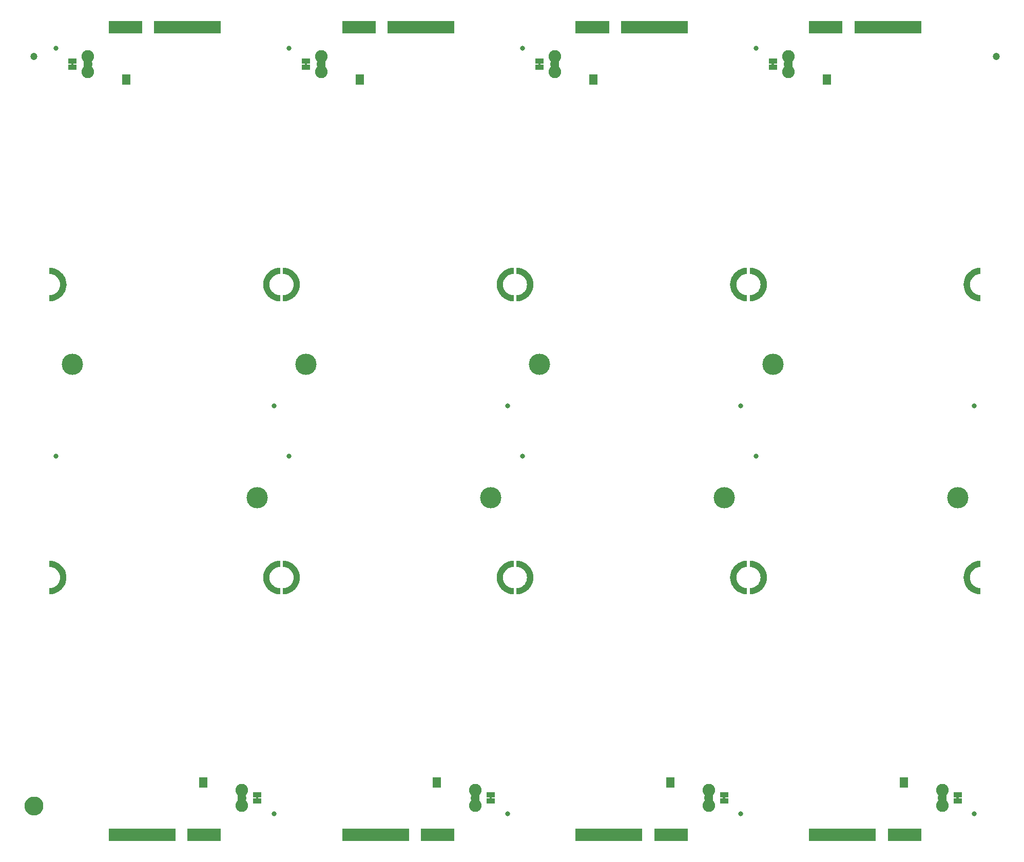
<source format=gbs>
G04 EAGLE Gerber RS-274X export*
G75*
%MOMM*%
%FSLAX34Y34*%
%LPD*%
%INSoldermask Bottom*%
%IPPOS*%
%AMOC8*
5,1,8,0,0,1.08239X$1,22.5*%
G01*
%ADD10C,0.838200*%
%ADD11R,1.473200X0.838200*%
%ADD12C,2.082800*%
%ADD13R,1.473200X0.863600*%
%ADD14C,3.505200*%
%ADD15R,0.553200X2.153200*%
%ADD16C,0.863600*%
%ADD17C,1.203200*%
%ADD18C,1.270000*%
%ADD19C,1.703200*%

G36*
X3949Y896029D02*
X3949Y896029D01*
X3958Y896032D01*
X3984Y896034D01*
X7818Y896868D01*
X7827Y896872D01*
X7852Y896878D01*
X11528Y898249D01*
X11536Y898255D01*
X11561Y898264D01*
X15004Y900144D01*
X15011Y900151D01*
X15034Y900163D01*
X18175Y902515D01*
X18181Y902523D01*
X18202Y902538D01*
X20977Y905313D01*
X20981Y905321D01*
X21000Y905339D01*
X23351Y908480D01*
X23355Y908490D01*
X23371Y908510D01*
X25251Y911954D01*
X25253Y911963D01*
X25266Y911986D01*
X26637Y915663D01*
X26638Y915672D01*
X26647Y915697D01*
X27481Y919531D01*
X27480Y919540D01*
X27486Y919566D01*
X27766Y923480D01*
X27764Y923489D01*
X27766Y923515D01*
X27486Y927429D01*
X27485Y927433D01*
X27485Y927436D01*
X27482Y927442D01*
X27481Y927464D01*
X26647Y931298D01*
X26642Y931307D01*
X26637Y931332D01*
X25266Y935008D01*
X25260Y935016D01*
X25251Y935041D01*
X23371Y938484D01*
X23364Y938491D01*
X23351Y938514D01*
X21000Y941655D01*
X20992Y941661D01*
X20977Y941682D01*
X18202Y944457D01*
X18194Y944461D01*
X18175Y944480D01*
X15034Y946831D01*
X15025Y946835D01*
X15004Y946851D01*
X11561Y948731D01*
X11551Y948733D01*
X11528Y948746D01*
X7852Y950117D01*
X7843Y950118D01*
X7818Y950127D01*
X3984Y950961D01*
X3974Y950960D01*
X3949Y950966D01*
X35Y951246D01*
X10Y951241D01*
X-16Y951244D01*
X-57Y951226D01*
X-101Y951217D01*
X-120Y951198D01*
X-144Y951188D01*
X-169Y951150D01*
X-201Y951118D01*
X-206Y951093D01*
X-221Y951071D01*
X-232Y950997D01*
X-232Y940997D01*
X-230Y940990D01*
X-231Y940983D01*
X-210Y940924D01*
X-193Y940863D01*
X-187Y940858D01*
X-185Y940852D01*
X-135Y940813D01*
X-87Y940771D01*
X-80Y940770D01*
X-75Y940766D01*
X-2Y940749D01*
X2716Y940535D01*
X5348Y939903D01*
X7849Y938867D01*
X10157Y937453D01*
X12215Y935695D01*
X13973Y933637D01*
X15387Y931329D01*
X16423Y928828D01*
X17055Y926196D01*
X17267Y923497D01*
X17055Y920799D01*
X16423Y918167D01*
X15387Y915666D01*
X13973Y913358D01*
X12215Y911300D01*
X10157Y909542D01*
X7849Y908128D01*
X5348Y907092D01*
X2716Y906460D01*
X-2Y906246D01*
X-9Y906243D01*
X-16Y906244D01*
X-74Y906219D01*
X-133Y906196D01*
X-137Y906191D01*
X-144Y906188D01*
X-179Y906135D01*
X-216Y906084D01*
X-217Y906077D01*
X-221Y906071D01*
X-232Y905997D01*
X-232Y895997D01*
X-225Y895972D01*
X-227Y895946D01*
X-205Y895907D01*
X-193Y895863D01*
X-173Y895846D01*
X-161Y895823D01*
X-121Y895801D01*
X-87Y895771D01*
X-62Y895767D01*
X-39Y895755D01*
X35Y895749D01*
X3949Y896029D01*
G37*
G36*
X1159192Y896029D02*
X1159192Y896029D01*
X1159201Y896032D01*
X1159227Y896034D01*
X1163061Y896868D01*
X1163069Y896872D01*
X1163095Y896878D01*
X1166771Y898249D01*
X1166779Y898255D01*
X1166804Y898264D01*
X1170247Y900144D01*
X1170254Y900151D01*
X1170277Y900163D01*
X1173418Y902515D01*
X1173424Y902523D01*
X1173445Y902538D01*
X1176220Y905313D01*
X1176224Y905321D01*
X1176243Y905339D01*
X1178594Y908480D01*
X1178598Y908490D01*
X1178613Y908510D01*
X1180494Y911954D01*
X1180496Y911963D01*
X1180509Y911986D01*
X1181880Y915663D01*
X1181880Y915672D01*
X1181890Y915697D01*
X1182724Y919531D01*
X1182723Y919540D01*
X1182729Y919566D01*
X1183009Y923480D01*
X1183007Y923489D01*
X1183009Y923515D01*
X1182729Y927429D01*
X1182727Y927433D01*
X1182728Y927436D01*
X1182725Y927442D01*
X1182724Y927464D01*
X1181890Y931298D01*
X1181885Y931307D01*
X1181880Y931332D01*
X1180509Y935008D01*
X1180503Y935016D01*
X1180494Y935041D01*
X1178613Y938484D01*
X1178607Y938491D01*
X1178594Y938514D01*
X1176243Y941655D01*
X1176235Y941661D01*
X1176220Y941682D01*
X1173445Y944457D01*
X1173437Y944461D01*
X1173418Y944480D01*
X1170277Y946831D01*
X1170268Y946835D01*
X1170247Y946851D01*
X1166804Y948731D01*
X1166794Y948733D01*
X1166771Y948746D01*
X1163095Y950117D01*
X1163085Y950118D01*
X1163061Y950127D01*
X1159227Y950961D01*
X1159217Y950960D01*
X1159192Y950966D01*
X1155278Y951246D01*
X1155253Y951241D01*
X1155227Y951244D01*
X1155186Y951226D01*
X1155141Y951217D01*
X1155123Y951198D01*
X1155099Y951188D01*
X1155074Y951150D01*
X1155042Y951118D01*
X1155036Y951093D01*
X1155022Y951071D01*
X1155011Y950997D01*
X1155011Y940997D01*
X1155013Y940990D01*
X1155011Y940983D01*
X1155032Y940924D01*
X1155050Y940863D01*
X1155056Y940858D01*
X1155058Y940852D01*
X1155108Y940813D01*
X1155155Y940771D01*
X1155163Y940770D01*
X1155168Y940766D01*
X1155241Y940749D01*
X1157959Y940535D01*
X1160591Y939903D01*
X1163092Y938867D01*
X1165400Y937453D01*
X1167458Y935695D01*
X1169216Y933637D01*
X1170630Y931329D01*
X1171666Y928828D01*
X1172298Y926196D01*
X1172510Y923497D01*
X1172298Y920799D01*
X1171666Y918167D01*
X1170630Y915666D01*
X1169216Y913358D01*
X1167458Y911300D01*
X1165400Y909542D01*
X1163092Y908128D01*
X1160591Y907092D01*
X1157959Y906460D01*
X1155241Y906246D01*
X1155234Y906243D01*
X1155227Y906244D01*
X1155169Y906219D01*
X1155110Y906196D01*
X1155106Y906191D01*
X1155099Y906188D01*
X1155064Y906135D01*
X1155027Y906084D01*
X1155026Y906077D01*
X1155022Y906071D01*
X1155011Y905997D01*
X1155011Y895997D01*
X1155018Y895972D01*
X1155016Y895946D01*
X1155037Y895907D01*
X1155050Y895863D01*
X1155070Y895846D01*
X1155082Y895823D01*
X1155121Y895801D01*
X1155155Y895771D01*
X1155181Y895767D01*
X1155204Y895755D01*
X1155278Y895749D01*
X1159192Y896029D01*
G37*
G36*
X389013Y896029D02*
X389013Y896029D01*
X389022Y896032D01*
X389048Y896034D01*
X392882Y896868D01*
X392891Y896872D01*
X392916Y896878D01*
X396592Y898249D01*
X396600Y898255D01*
X396625Y898264D01*
X400068Y900144D01*
X400075Y900151D01*
X400098Y900163D01*
X403239Y902515D01*
X403245Y902523D01*
X403266Y902538D01*
X406041Y905313D01*
X406045Y905321D01*
X406064Y905339D01*
X408415Y908480D01*
X408419Y908490D01*
X408435Y908510D01*
X410315Y911954D01*
X410317Y911963D01*
X410330Y911986D01*
X411701Y915663D01*
X411702Y915672D01*
X411711Y915697D01*
X412545Y919531D01*
X412544Y919540D01*
X412550Y919566D01*
X412830Y923480D01*
X412828Y923489D01*
X412830Y923515D01*
X412550Y927429D01*
X412549Y927433D01*
X412549Y927436D01*
X412546Y927442D01*
X412545Y927464D01*
X411711Y931298D01*
X411706Y931307D01*
X411701Y931332D01*
X410330Y935008D01*
X410324Y935016D01*
X410315Y935041D01*
X408435Y938484D01*
X408428Y938491D01*
X408415Y938514D01*
X406064Y941655D01*
X406056Y941661D01*
X406041Y941682D01*
X403266Y944457D01*
X403258Y944461D01*
X403239Y944480D01*
X400098Y946831D01*
X400089Y946835D01*
X400068Y946851D01*
X396625Y948731D01*
X396615Y948733D01*
X396592Y948746D01*
X392916Y950117D01*
X392907Y950118D01*
X392882Y950127D01*
X389048Y950961D01*
X389038Y950960D01*
X389013Y950966D01*
X385099Y951246D01*
X385074Y951241D01*
X385048Y951244D01*
X385007Y951226D01*
X384963Y951217D01*
X384944Y951198D01*
X384920Y951188D01*
X384895Y951150D01*
X384863Y951118D01*
X384858Y951093D01*
X384843Y951071D01*
X384832Y950997D01*
X384832Y940997D01*
X384834Y940990D01*
X384833Y940983D01*
X384854Y940924D01*
X384871Y940863D01*
X384877Y940858D01*
X384879Y940852D01*
X384929Y940813D01*
X384977Y940771D01*
X384984Y940770D01*
X384989Y940766D01*
X385062Y940749D01*
X387780Y940535D01*
X390412Y939903D01*
X392913Y938867D01*
X395221Y937453D01*
X397279Y935695D01*
X399037Y933637D01*
X400451Y931329D01*
X401487Y928828D01*
X402119Y926196D01*
X402331Y923497D01*
X402119Y920799D01*
X401487Y918167D01*
X400451Y915666D01*
X399037Y913358D01*
X397279Y911300D01*
X395221Y909542D01*
X392913Y908128D01*
X390412Y907092D01*
X387780Y906460D01*
X385062Y906246D01*
X385055Y906243D01*
X385048Y906244D01*
X384990Y906219D01*
X384931Y906196D01*
X384927Y906191D01*
X384920Y906188D01*
X384885Y906135D01*
X384848Y906084D01*
X384847Y906077D01*
X384843Y906071D01*
X384832Y905997D01*
X384832Y895997D01*
X384839Y895972D01*
X384837Y895946D01*
X384859Y895907D01*
X384871Y895863D01*
X384891Y895846D01*
X384903Y895823D01*
X384943Y895801D01*
X384977Y895771D01*
X385002Y895767D01*
X385025Y895755D01*
X385099Y895749D01*
X389013Y896029D01*
G37*
G36*
X774102Y896029D02*
X774102Y896029D01*
X774111Y896032D01*
X774137Y896034D01*
X777971Y896868D01*
X777980Y896872D01*
X778006Y896878D01*
X781682Y898249D01*
X781690Y898255D01*
X781714Y898264D01*
X785158Y900144D01*
X785165Y900151D01*
X785188Y900163D01*
X788329Y902515D01*
X788335Y902523D01*
X788356Y902538D01*
X791130Y905313D01*
X791135Y905321D01*
X791153Y905339D01*
X793505Y908480D01*
X793508Y908490D01*
X793524Y908510D01*
X795404Y911954D01*
X795407Y911963D01*
X795419Y911986D01*
X796790Y915663D01*
X796791Y915672D01*
X796800Y915697D01*
X797634Y919531D01*
X797634Y919540D01*
X797640Y919566D01*
X797919Y923480D01*
X797917Y923489D01*
X797919Y923515D01*
X797640Y927429D01*
X797638Y927433D01*
X797638Y927436D01*
X797636Y927442D01*
X797634Y927464D01*
X796800Y931298D01*
X796796Y931307D01*
X796790Y931332D01*
X795419Y935008D01*
X795413Y935016D01*
X795404Y935041D01*
X793524Y938484D01*
X793517Y938491D01*
X793505Y938514D01*
X791153Y941655D01*
X791146Y941661D01*
X791130Y941682D01*
X788356Y944457D01*
X788347Y944461D01*
X788329Y944480D01*
X785188Y946831D01*
X785179Y946835D01*
X785158Y946851D01*
X781714Y948731D01*
X781705Y948733D01*
X781682Y948746D01*
X778006Y950117D01*
X777996Y950118D01*
X777971Y950127D01*
X774137Y950961D01*
X774128Y950960D01*
X774102Y950966D01*
X770189Y951246D01*
X770163Y951241D01*
X770137Y951244D01*
X770096Y951226D01*
X770052Y951217D01*
X770034Y951198D01*
X770010Y951188D01*
X769985Y951150D01*
X769953Y951118D01*
X769947Y951093D01*
X769933Y951071D01*
X769922Y950997D01*
X769922Y940997D01*
X769924Y940990D01*
X769922Y940983D01*
X769943Y940924D01*
X769961Y940863D01*
X769966Y940858D01*
X769969Y940852D01*
X770018Y940813D01*
X770066Y940771D01*
X770073Y940770D01*
X770079Y940766D01*
X770151Y940749D01*
X772869Y940535D01*
X775501Y939903D01*
X778002Y938867D01*
X780310Y937453D01*
X782368Y935695D01*
X784126Y933637D01*
X785541Y931329D01*
X786577Y928828D01*
X787208Y926196D01*
X787421Y923497D01*
X787208Y920799D01*
X786577Y918167D01*
X785541Y915666D01*
X784126Y913358D01*
X782368Y911300D01*
X780310Y909542D01*
X778002Y908128D01*
X775501Y907092D01*
X772869Y906460D01*
X770151Y906246D01*
X770145Y906243D01*
X770137Y906244D01*
X770080Y906219D01*
X770021Y906196D01*
X770016Y906191D01*
X770010Y906188D01*
X769975Y906135D01*
X769937Y906084D01*
X769937Y906077D01*
X769933Y906071D01*
X769922Y905997D01*
X769922Y895997D01*
X769929Y895972D01*
X769927Y895946D01*
X769948Y895907D01*
X769961Y895863D01*
X769980Y895846D01*
X769993Y895823D01*
X770032Y895801D01*
X770066Y895771D01*
X770092Y895767D01*
X770115Y895755D01*
X770189Y895749D01*
X774102Y896029D01*
G37*
G36*
X774077Y412531D02*
X774077Y412531D01*
X774086Y412535D01*
X774112Y412536D01*
X777946Y413370D01*
X777955Y413375D01*
X777980Y413380D01*
X781656Y414752D01*
X781664Y414757D01*
X781689Y414766D01*
X785132Y416647D01*
X785139Y416654D01*
X785162Y416666D01*
X788303Y419017D01*
X788309Y419025D01*
X788330Y419041D01*
X791105Y421815D01*
X791109Y421824D01*
X791128Y421842D01*
X793479Y424983D01*
X793483Y424992D01*
X793499Y425013D01*
X795379Y428457D01*
X795381Y428466D01*
X795394Y428489D01*
X796765Y432165D01*
X796766Y432175D01*
X796775Y432199D01*
X797609Y436033D01*
X797608Y436043D01*
X797614Y436069D01*
X797894Y439982D01*
X797892Y439992D01*
X797894Y440018D01*
X797614Y443931D01*
X797613Y443936D01*
X797613Y443939D01*
X797610Y443945D01*
X797609Y443967D01*
X796775Y447801D01*
X796770Y447809D01*
X796765Y447835D01*
X795394Y451511D01*
X795388Y451519D01*
X795379Y451543D01*
X793499Y454987D01*
X793492Y454994D01*
X793479Y455017D01*
X791128Y458158D01*
X791120Y458164D01*
X791105Y458185D01*
X788330Y460959D01*
X788322Y460964D01*
X788303Y460983D01*
X785162Y463334D01*
X785153Y463337D01*
X785132Y463353D01*
X781689Y465234D01*
X781679Y465236D01*
X781656Y465248D01*
X777980Y466620D01*
X777971Y466620D01*
X777946Y466630D01*
X774112Y467464D01*
X774102Y467463D01*
X774077Y467469D01*
X770163Y467749D01*
X770138Y467743D01*
X770112Y467747D01*
X770071Y467729D01*
X770027Y467719D01*
X770008Y467701D01*
X769984Y467690D01*
X769959Y467652D01*
X769927Y467621D01*
X769922Y467595D01*
X769907Y467574D01*
X769896Y467500D01*
X769896Y457500D01*
X769898Y457493D01*
X769897Y457486D01*
X769918Y457427D01*
X769935Y457366D01*
X769941Y457361D01*
X769943Y457354D01*
X769993Y457316D01*
X770041Y457274D01*
X770048Y457273D01*
X770053Y457268D01*
X770126Y457252D01*
X772844Y457038D01*
X775476Y456406D01*
X777977Y455370D01*
X780285Y453956D01*
X782343Y452198D01*
X784101Y450139D01*
X785515Y447831D01*
X786551Y445331D01*
X787183Y442698D01*
X787395Y440000D01*
X787183Y437302D01*
X786551Y434669D01*
X785515Y432169D01*
X784101Y429861D01*
X782343Y427802D01*
X780285Y426044D01*
X777977Y424630D01*
X775476Y423594D01*
X772844Y422962D01*
X770126Y422748D01*
X770119Y422746D01*
X770112Y422747D01*
X770054Y422721D01*
X769995Y422699D01*
X769991Y422693D01*
X769984Y422690D01*
X769949Y422637D01*
X769912Y422587D01*
X769911Y422580D01*
X769907Y422574D01*
X769896Y422500D01*
X769896Y412500D01*
X769903Y412475D01*
X769901Y412449D01*
X769923Y412409D01*
X769935Y412366D01*
X769955Y412349D01*
X769967Y412326D01*
X770007Y412304D01*
X770041Y412274D01*
X770066Y412270D01*
X770089Y412257D01*
X770163Y412251D01*
X774077Y412531D01*
G37*
G36*
X389013Y412531D02*
X389013Y412531D01*
X389022Y412535D01*
X389048Y412536D01*
X392882Y413370D01*
X392891Y413375D01*
X392916Y413380D01*
X396592Y414752D01*
X396600Y414757D01*
X396625Y414766D01*
X400068Y416647D01*
X400075Y416654D01*
X400098Y416666D01*
X403239Y419017D01*
X403245Y419025D01*
X403266Y419041D01*
X406041Y421815D01*
X406045Y421824D01*
X406064Y421842D01*
X408415Y424983D01*
X408419Y424992D01*
X408435Y425013D01*
X410315Y428457D01*
X410317Y428466D01*
X410330Y428489D01*
X411701Y432165D01*
X411702Y432175D01*
X411711Y432199D01*
X412545Y436033D01*
X412544Y436043D01*
X412550Y436069D01*
X412830Y439982D01*
X412828Y439992D01*
X412830Y440018D01*
X412550Y443931D01*
X412549Y443936D01*
X412549Y443939D01*
X412546Y443945D01*
X412545Y443967D01*
X411711Y447801D01*
X411706Y447809D01*
X411701Y447835D01*
X410330Y451511D01*
X410324Y451519D01*
X410315Y451543D01*
X408435Y454987D01*
X408428Y454994D01*
X408415Y455017D01*
X406064Y458158D01*
X406056Y458164D01*
X406041Y458185D01*
X403266Y460959D01*
X403258Y460964D01*
X403239Y460983D01*
X400098Y463334D01*
X400089Y463337D01*
X400068Y463353D01*
X396625Y465234D01*
X396615Y465236D01*
X396592Y465248D01*
X392916Y466620D01*
X392907Y466620D01*
X392882Y466630D01*
X389048Y467464D01*
X389038Y467463D01*
X389013Y467469D01*
X385099Y467749D01*
X385074Y467743D01*
X385048Y467747D01*
X385007Y467729D01*
X384963Y467719D01*
X384944Y467701D01*
X384920Y467690D01*
X384895Y467652D01*
X384863Y467621D01*
X384858Y467595D01*
X384843Y467574D01*
X384832Y467500D01*
X384832Y457500D01*
X384834Y457493D01*
X384833Y457486D01*
X384854Y457427D01*
X384871Y457366D01*
X384877Y457361D01*
X384879Y457354D01*
X384929Y457316D01*
X384977Y457274D01*
X384984Y457273D01*
X384989Y457268D01*
X385062Y457252D01*
X387780Y457038D01*
X390412Y456406D01*
X392913Y455370D01*
X395221Y453956D01*
X397279Y452198D01*
X399037Y450139D01*
X400451Y447831D01*
X401487Y445331D01*
X402119Y442698D01*
X402331Y440000D01*
X402119Y437302D01*
X401487Y434669D01*
X400451Y432169D01*
X399037Y429861D01*
X397279Y427802D01*
X395221Y426044D01*
X392913Y424630D01*
X390412Y423594D01*
X387780Y422962D01*
X385062Y422748D01*
X385055Y422746D01*
X385048Y422747D01*
X384990Y422721D01*
X384931Y422699D01*
X384927Y422693D01*
X384920Y422690D01*
X384885Y422637D01*
X384848Y422587D01*
X384847Y422580D01*
X384843Y422574D01*
X384832Y422500D01*
X384832Y412500D01*
X384839Y412475D01*
X384837Y412449D01*
X384859Y412409D01*
X384871Y412366D01*
X384891Y412349D01*
X384903Y412326D01*
X384943Y412304D01*
X384977Y412274D01*
X385002Y412270D01*
X385025Y412257D01*
X385099Y412251D01*
X389013Y412531D01*
G37*
G36*
X1159166Y412531D02*
X1159166Y412531D01*
X1159175Y412535D01*
X1159201Y412536D01*
X1163035Y413370D01*
X1163044Y413375D01*
X1163070Y413380D01*
X1166746Y414752D01*
X1166754Y414757D01*
X1166778Y414766D01*
X1170222Y416647D01*
X1170229Y416654D01*
X1170252Y416666D01*
X1173393Y419017D01*
X1173399Y419025D01*
X1173420Y419041D01*
X1176194Y421815D01*
X1176199Y421824D01*
X1176217Y421842D01*
X1178569Y424983D01*
X1178572Y424992D01*
X1178588Y425013D01*
X1180468Y428457D01*
X1180471Y428466D01*
X1180483Y428489D01*
X1181854Y432165D01*
X1181855Y432175D01*
X1181864Y432199D01*
X1182698Y436033D01*
X1182698Y436043D01*
X1182704Y436069D01*
X1182983Y439982D01*
X1182981Y439992D01*
X1182983Y440018D01*
X1182704Y443931D01*
X1182702Y443936D01*
X1182702Y443939D01*
X1182700Y443945D01*
X1182698Y443967D01*
X1181864Y447801D01*
X1181860Y447809D01*
X1181854Y447835D01*
X1180483Y451511D01*
X1180477Y451519D01*
X1180468Y451543D01*
X1178588Y454987D01*
X1178581Y454994D01*
X1178569Y455017D01*
X1176217Y458158D01*
X1176210Y458164D01*
X1176194Y458185D01*
X1173420Y460959D01*
X1173411Y460964D01*
X1173393Y460983D01*
X1170252Y463334D01*
X1170243Y463337D01*
X1170222Y463353D01*
X1166778Y465234D01*
X1166769Y465236D01*
X1166746Y465248D01*
X1163070Y466620D01*
X1163060Y466620D01*
X1163035Y466630D01*
X1159201Y467464D01*
X1159192Y467463D01*
X1159166Y467469D01*
X1155253Y467749D01*
X1155227Y467743D01*
X1155201Y467747D01*
X1155160Y467729D01*
X1155116Y467719D01*
X1155098Y467701D01*
X1155074Y467690D01*
X1155049Y467652D01*
X1155017Y467621D01*
X1155011Y467595D01*
X1154997Y467574D01*
X1154986Y467500D01*
X1154986Y457500D01*
X1154988Y457493D01*
X1154986Y457486D01*
X1155007Y457427D01*
X1155025Y457366D01*
X1155030Y457361D01*
X1155033Y457354D01*
X1155082Y457316D01*
X1155130Y457274D01*
X1155137Y457273D01*
X1155143Y457268D01*
X1155215Y457252D01*
X1157933Y457038D01*
X1160565Y456406D01*
X1163066Y455370D01*
X1165374Y453956D01*
X1167432Y452198D01*
X1169190Y450139D01*
X1170605Y447831D01*
X1171641Y445331D01*
X1172272Y442698D01*
X1172485Y440000D01*
X1172272Y437302D01*
X1171641Y434669D01*
X1170605Y432169D01*
X1169190Y429861D01*
X1167432Y427802D01*
X1165374Y426044D01*
X1163066Y424630D01*
X1160565Y423594D01*
X1157933Y422962D01*
X1155215Y422748D01*
X1155209Y422746D01*
X1155201Y422747D01*
X1155144Y422721D01*
X1155085Y422699D01*
X1155080Y422693D01*
X1155074Y422690D01*
X1155039Y422637D01*
X1155001Y422587D01*
X1155001Y422580D01*
X1154997Y422574D01*
X1154986Y422500D01*
X1154986Y412500D01*
X1154993Y412475D01*
X1154991Y412449D01*
X1155012Y412409D01*
X1155025Y412366D01*
X1155044Y412349D01*
X1155057Y412326D01*
X1155096Y412304D01*
X1155130Y412274D01*
X1155156Y412270D01*
X1155179Y412257D01*
X1155253Y412251D01*
X1159166Y412531D01*
G37*
G36*
X3923Y412531D02*
X3923Y412531D01*
X3933Y412535D01*
X3959Y412536D01*
X7793Y413370D01*
X7801Y413375D01*
X7827Y413380D01*
X11503Y414752D01*
X11511Y414757D01*
X11535Y414766D01*
X14979Y416647D01*
X14986Y416654D01*
X15009Y416666D01*
X18150Y419017D01*
X18156Y419025D01*
X18177Y419041D01*
X20951Y421815D01*
X20956Y421824D01*
X20975Y421842D01*
X23326Y424983D01*
X23329Y424992D01*
X23345Y425013D01*
X25226Y428457D01*
X25228Y428466D01*
X25240Y428489D01*
X26612Y432165D01*
X26612Y432175D01*
X26622Y432199D01*
X27456Y436033D01*
X27455Y436043D01*
X27461Y436069D01*
X27741Y439982D01*
X27739Y439992D01*
X27741Y440018D01*
X27461Y443931D01*
X27459Y443936D01*
X27460Y443939D01*
X27457Y443945D01*
X27456Y443967D01*
X26622Y447801D01*
X26617Y447809D01*
X26612Y447835D01*
X25240Y451511D01*
X25235Y451519D01*
X25226Y451543D01*
X23345Y454987D01*
X23338Y454994D01*
X23326Y455017D01*
X20975Y458158D01*
X20967Y458164D01*
X20951Y458185D01*
X18177Y460959D01*
X18168Y460964D01*
X18150Y460983D01*
X15009Y463334D01*
X15000Y463337D01*
X14979Y463353D01*
X11535Y465234D01*
X11526Y465236D01*
X11503Y465248D01*
X7827Y466620D01*
X7817Y466620D01*
X7793Y466630D01*
X3959Y467464D01*
X3949Y467463D01*
X3923Y467469D01*
X10Y467749D01*
X-16Y467743D01*
X-41Y467747D01*
X-83Y467729D01*
X-127Y467719D01*
X-145Y467701D01*
X-169Y467690D01*
X-194Y467652D01*
X-226Y467621D01*
X-232Y467595D01*
X-246Y467574D01*
X-257Y467500D01*
X-257Y457500D01*
X-255Y457493D01*
X-257Y457486D01*
X-236Y457427D01*
X-218Y457366D01*
X-213Y457361D01*
X-210Y457354D01*
X-160Y457316D01*
X-113Y457274D01*
X-106Y457273D01*
X-100Y457268D01*
X-28Y457252D01*
X2690Y457038D01*
X5323Y456406D01*
X7823Y455370D01*
X10131Y453956D01*
X12190Y452198D01*
X13948Y450139D01*
X15362Y447831D01*
X16398Y445331D01*
X17030Y442698D01*
X17242Y440000D01*
X17030Y437302D01*
X16398Y434669D01*
X15362Y432169D01*
X13948Y429861D01*
X12190Y427802D01*
X10131Y426044D01*
X7823Y424630D01*
X5323Y423594D01*
X2690Y422962D01*
X-28Y422748D01*
X-34Y422746D01*
X-41Y422747D01*
X-99Y422721D01*
X-158Y422699D01*
X-163Y422693D01*
X-169Y422690D01*
X-204Y422637D01*
X-242Y422587D01*
X-242Y422580D01*
X-246Y422574D01*
X-257Y422500D01*
X-257Y412500D01*
X-250Y412475D01*
X-252Y412449D01*
X-231Y412409D01*
X-218Y412366D01*
X-198Y412349D01*
X-186Y412326D01*
X-147Y412304D01*
X-113Y412274D01*
X-87Y412270D01*
X-64Y412257D01*
X10Y412251D01*
X3923Y412531D01*
G37*
G36*
X765089Y895754D02*
X765089Y895754D01*
X765115Y895750D01*
X765156Y895769D01*
X765200Y895778D01*
X765219Y895797D01*
X765243Y895807D01*
X765267Y895845D01*
X765300Y895877D01*
X765305Y895902D01*
X765320Y895924D01*
X765331Y895997D01*
X765331Y905997D01*
X765329Y906004D01*
X765330Y906011D01*
X765309Y906071D01*
X765291Y906132D01*
X765286Y906136D01*
X765284Y906143D01*
X765234Y906182D01*
X765186Y906224D01*
X765179Y906225D01*
X765173Y906229D01*
X765101Y906246D01*
X762383Y906460D01*
X759751Y907092D01*
X757250Y908128D01*
X754942Y909542D01*
X752884Y911300D01*
X751126Y913358D01*
X749712Y915666D01*
X748676Y918167D01*
X748044Y920799D01*
X747831Y923497D01*
X748044Y926196D01*
X748676Y928828D01*
X749712Y931329D01*
X751126Y933637D01*
X752884Y935695D01*
X754942Y937453D01*
X757250Y938867D01*
X759751Y939903D01*
X762383Y940535D01*
X765101Y940749D01*
X765108Y940752D01*
X765115Y940750D01*
X765173Y940776D01*
X765232Y940799D01*
X765236Y940804D01*
X765243Y940807D01*
X765277Y940860D01*
X765315Y940911D01*
X765316Y940918D01*
X765320Y940924D01*
X765331Y940997D01*
X765331Y950997D01*
X765323Y951022D01*
X765325Y951048D01*
X765304Y951088D01*
X765291Y951132D01*
X765272Y951149D01*
X765260Y951172D01*
X765220Y951194D01*
X765186Y951224D01*
X765160Y951227D01*
X765138Y951240D01*
X765064Y951246D01*
X761150Y950966D01*
X761141Y950963D01*
X761115Y950961D01*
X757281Y950127D01*
X757272Y950122D01*
X757247Y950117D01*
X753570Y948746D01*
X753563Y948740D01*
X753538Y948731D01*
X750094Y946851D01*
X750088Y946844D01*
X750064Y946831D01*
X746923Y944480D01*
X746918Y944472D01*
X746897Y944457D01*
X744122Y941682D01*
X744117Y941674D01*
X744099Y941655D01*
X741747Y938514D01*
X741744Y938505D01*
X741728Y938484D01*
X739848Y935041D01*
X739846Y935031D01*
X739833Y935008D01*
X738462Y931332D01*
X738461Y931323D01*
X738452Y931298D01*
X737618Y927464D01*
X737618Y927454D01*
X737613Y927429D01*
X737333Y923515D01*
X737335Y923506D01*
X737333Y923480D01*
X737613Y919566D01*
X737616Y919557D01*
X737618Y919531D01*
X738452Y915697D01*
X738456Y915688D01*
X738462Y915663D01*
X739833Y911986D01*
X739839Y911979D01*
X739848Y911954D01*
X741728Y908510D01*
X741735Y908504D01*
X741747Y908480D01*
X744099Y905339D01*
X744107Y905334D01*
X744122Y905313D01*
X746897Y902538D01*
X746905Y902533D01*
X746923Y902515D01*
X750064Y900163D01*
X750074Y900160D01*
X750094Y900144D01*
X753538Y898264D01*
X753547Y898262D01*
X753570Y898249D01*
X757247Y896878D01*
X757256Y896877D01*
X757281Y896868D01*
X761115Y896034D01*
X761124Y896034D01*
X761150Y896029D01*
X765064Y895749D01*
X765089Y895754D01*
G37*
G36*
X1535268Y895754D02*
X1535268Y895754D01*
X1535294Y895750D01*
X1535335Y895769D01*
X1535379Y895778D01*
X1535398Y895797D01*
X1535421Y895807D01*
X1535446Y895845D01*
X1535478Y895877D01*
X1535484Y895902D01*
X1535498Y895924D01*
X1535509Y895997D01*
X1535509Y905997D01*
X1535507Y906004D01*
X1535509Y906011D01*
X1535488Y906071D01*
X1535470Y906132D01*
X1535465Y906136D01*
X1535462Y906143D01*
X1535413Y906182D01*
X1535365Y906224D01*
X1535358Y906225D01*
X1535352Y906229D01*
X1535280Y906246D01*
X1532562Y906460D01*
X1529930Y907092D01*
X1527429Y908128D01*
X1525121Y909542D01*
X1523063Y911300D01*
X1521305Y913358D01*
X1519890Y915666D01*
X1518855Y918167D01*
X1518223Y920799D01*
X1518010Y923497D01*
X1518223Y926196D01*
X1518855Y928828D01*
X1519890Y931329D01*
X1521305Y933637D01*
X1523063Y935695D01*
X1525121Y937453D01*
X1527429Y938867D01*
X1529930Y939903D01*
X1532562Y940535D01*
X1535280Y940749D01*
X1535286Y940752D01*
X1535294Y940750D01*
X1535352Y940776D01*
X1535410Y940799D01*
X1535415Y940804D01*
X1535421Y940807D01*
X1535456Y940860D01*
X1535494Y940911D01*
X1535494Y940918D01*
X1535498Y940924D01*
X1535509Y940997D01*
X1535509Y950997D01*
X1535502Y951022D01*
X1535504Y951048D01*
X1535483Y951088D01*
X1535470Y951132D01*
X1535451Y951149D01*
X1535438Y951172D01*
X1535399Y951194D01*
X1535365Y951224D01*
X1535339Y951227D01*
X1535317Y951240D01*
X1535242Y951246D01*
X1531329Y950966D01*
X1531320Y950963D01*
X1531294Y950961D01*
X1527460Y950127D01*
X1527451Y950122D01*
X1527425Y950117D01*
X1523749Y948746D01*
X1523741Y948740D01*
X1523717Y948731D01*
X1520273Y946851D01*
X1520266Y946844D01*
X1520243Y946831D01*
X1517102Y944480D01*
X1517096Y944472D01*
X1517075Y944457D01*
X1514301Y941682D01*
X1514296Y941674D01*
X1514278Y941655D01*
X1511926Y938514D01*
X1511923Y938505D01*
X1511907Y938484D01*
X1510027Y935041D01*
X1510025Y935031D01*
X1510012Y935008D01*
X1508641Y931332D01*
X1508640Y931323D01*
X1508631Y931298D01*
X1507797Y927464D01*
X1507797Y927454D01*
X1507791Y927429D01*
X1507512Y923515D01*
X1507514Y923506D01*
X1507512Y923480D01*
X1507791Y919566D01*
X1507795Y919557D01*
X1507797Y919531D01*
X1508631Y915697D01*
X1508635Y915688D01*
X1508641Y915663D01*
X1510012Y911986D01*
X1510018Y911979D01*
X1510027Y911954D01*
X1511907Y908510D01*
X1511914Y908504D01*
X1511926Y908480D01*
X1514278Y905339D01*
X1514285Y905334D01*
X1514301Y905313D01*
X1517075Y902538D01*
X1517084Y902533D01*
X1517102Y902515D01*
X1520243Y900163D01*
X1520252Y900160D01*
X1520273Y900144D01*
X1523717Y898264D01*
X1523726Y898262D01*
X1523749Y898249D01*
X1527425Y896878D01*
X1527435Y896877D01*
X1527460Y896868D01*
X1531294Y896034D01*
X1531303Y896034D01*
X1531329Y896029D01*
X1535242Y895749D01*
X1535268Y895754D01*
G37*
G36*
X1150179Y895754D02*
X1150179Y895754D01*
X1150204Y895750D01*
X1150246Y895769D01*
X1150290Y895778D01*
X1150308Y895797D01*
X1150332Y895807D01*
X1150357Y895845D01*
X1150389Y895877D01*
X1150395Y895902D01*
X1150409Y895924D01*
X1150420Y895997D01*
X1150420Y905997D01*
X1150418Y906004D01*
X1150420Y906011D01*
X1150399Y906071D01*
X1150381Y906132D01*
X1150375Y906136D01*
X1150373Y906143D01*
X1150323Y906182D01*
X1150276Y906224D01*
X1150268Y906225D01*
X1150263Y906229D01*
X1150190Y906246D01*
X1147472Y906460D01*
X1144840Y907092D01*
X1142339Y908128D01*
X1140032Y909542D01*
X1137973Y911300D01*
X1136215Y913358D01*
X1134801Y915666D01*
X1133765Y918167D01*
X1133133Y920799D01*
X1132921Y923497D01*
X1133133Y926196D01*
X1133765Y928828D01*
X1134801Y931329D01*
X1136215Y933637D01*
X1137973Y935695D01*
X1140032Y937453D01*
X1142339Y938867D01*
X1144840Y939903D01*
X1147472Y940535D01*
X1150190Y940749D01*
X1150197Y940752D01*
X1150204Y940750D01*
X1150262Y940776D01*
X1150321Y940799D01*
X1150325Y940804D01*
X1150332Y940807D01*
X1150367Y940860D01*
X1150405Y940911D01*
X1150405Y940918D01*
X1150409Y940924D01*
X1150420Y940997D01*
X1150420Y950997D01*
X1150413Y951022D01*
X1150415Y951048D01*
X1150394Y951088D01*
X1150381Y951132D01*
X1150361Y951149D01*
X1150349Y951172D01*
X1150310Y951194D01*
X1150276Y951224D01*
X1150250Y951227D01*
X1150227Y951240D01*
X1150153Y951246D01*
X1146239Y950966D01*
X1146230Y950963D01*
X1146204Y950961D01*
X1142370Y950127D01*
X1142362Y950122D01*
X1142336Y950117D01*
X1138660Y948746D01*
X1138652Y948740D01*
X1138627Y948731D01*
X1135184Y946851D01*
X1135177Y946844D01*
X1135154Y946831D01*
X1132013Y944480D01*
X1132007Y944472D01*
X1131986Y944457D01*
X1129211Y941682D01*
X1129207Y941674D01*
X1129188Y941655D01*
X1126837Y938514D01*
X1126833Y938505D01*
X1126818Y938484D01*
X1124937Y935041D01*
X1124935Y935031D01*
X1124922Y935008D01*
X1123551Y931332D01*
X1123551Y931323D01*
X1123541Y931298D01*
X1122707Y927464D01*
X1122708Y927454D01*
X1122702Y927429D01*
X1122422Y923515D01*
X1122424Y923506D01*
X1122422Y923480D01*
X1122702Y919566D01*
X1122705Y919557D01*
X1122707Y919531D01*
X1123541Y915697D01*
X1123546Y915688D01*
X1123551Y915663D01*
X1124922Y911986D01*
X1124928Y911979D01*
X1124937Y911954D01*
X1126818Y908510D01*
X1126824Y908504D01*
X1126837Y908480D01*
X1129188Y905339D01*
X1129196Y905334D01*
X1129211Y905313D01*
X1131986Y902538D01*
X1131994Y902533D01*
X1132013Y902515D01*
X1135154Y900163D01*
X1135163Y900160D01*
X1135184Y900144D01*
X1138627Y898264D01*
X1138637Y898262D01*
X1138660Y898249D01*
X1142336Y896878D01*
X1142346Y896877D01*
X1142370Y896868D01*
X1146204Y896034D01*
X1146214Y896034D01*
X1146239Y896029D01*
X1150153Y895749D01*
X1150179Y895754D01*
G37*
G36*
X380025Y895754D02*
X380025Y895754D01*
X380051Y895750D01*
X380092Y895769D01*
X380136Y895778D01*
X380155Y895797D01*
X380179Y895807D01*
X380203Y895845D01*
X380236Y895877D01*
X380241Y895902D01*
X380256Y895924D01*
X380267Y895997D01*
X380267Y905997D01*
X380265Y906004D01*
X380266Y906011D01*
X380245Y906071D01*
X380227Y906132D01*
X380222Y906136D01*
X380220Y906143D01*
X380170Y906182D01*
X380122Y906224D01*
X380115Y906225D01*
X380109Y906229D01*
X380037Y906246D01*
X377319Y906460D01*
X374687Y907092D01*
X372186Y908128D01*
X369878Y909542D01*
X367820Y911300D01*
X366062Y913358D01*
X364648Y915666D01*
X363612Y918167D01*
X362980Y920799D01*
X362767Y923497D01*
X362980Y926196D01*
X363612Y928828D01*
X364648Y931329D01*
X366062Y933637D01*
X367820Y935695D01*
X369878Y937453D01*
X372186Y938867D01*
X374687Y939903D01*
X377319Y940535D01*
X380037Y940749D01*
X380044Y940752D01*
X380051Y940750D01*
X380109Y940776D01*
X380168Y940799D01*
X380172Y940804D01*
X380179Y940807D01*
X380213Y940860D01*
X380251Y940911D01*
X380252Y940918D01*
X380256Y940924D01*
X380267Y940997D01*
X380267Y950997D01*
X380259Y951022D01*
X380261Y951048D01*
X380240Y951088D01*
X380227Y951132D01*
X380208Y951149D01*
X380196Y951172D01*
X380156Y951194D01*
X380122Y951224D01*
X380096Y951227D01*
X380074Y951240D01*
X380000Y951246D01*
X376086Y950966D01*
X376077Y950963D01*
X376051Y950961D01*
X372217Y950127D01*
X372208Y950122D01*
X372183Y950117D01*
X368506Y948746D01*
X368499Y948740D01*
X368474Y948731D01*
X365030Y946851D01*
X365024Y946844D01*
X365000Y946831D01*
X361859Y944480D01*
X361854Y944472D01*
X361833Y944457D01*
X359058Y941682D01*
X359053Y941674D01*
X359035Y941655D01*
X356683Y938514D01*
X356680Y938505D01*
X356664Y938484D01*
X354784Y935041D01*
X354782Y935031D01*
X354769Y935008D01*
X353398Y931332D01*
X353397Y931323D01*
X353388Y931298D01*
X352554Y927464D01*
X352554Y927454D01*
X352549Y927429D01*
X352269Y923515D01*
X352271Y923506D01*
X352269Y923480D01*
X352549Y919566D01*
X352552Y919557D01*
X352554Y919531D01*
X353388Y915697D01*
X353392Y915688D01*
X353398Y915663D01*
X354769Y911986D01*
X354775Y911979D01*
X354784Y911954D01*
X356664Y908510D01*
X356671Y908504D01*
X356683Y908480D01*
X359035Y905339D01*
X359043Y905334D01*
X359058Y905313D01*
X361833Y902538D01*
X361841Y902533D01*
X361859Y902515D01*
X365000Y900163D01*
X365010Y900160D01*
X365030Y900144D01*
X368474Y898264D01*
X368483Y898262D01*
X368506Y898249D01*
X372183Y896878D01*
X372192Y896877D01*
X372217Y896868D01*
X376051Y896034D01*
X376060Y896034D01*
X376086Y896029D01*
X380000Y895749D01*
X380025Y895754D01*
G37*
G36*
X1535243Y412257D02*
X1535243Y412257D01*
X1535268Y412253D01*
X1535310Y412271D01*
X1535354Y412281D01*
X1535372Y412299D01*
X1535396Y412310D01*
X1535421Y412348D01*
X1535453Y412379D01*
X1535459Y412405D01*
X1535473Y412427D01*
X1535484Y412500D01*
X1535484Y422500D01*
X1535482Y422507D01*
X1535484Y422514D01*
X1535463Y422573D01*
X1535445Y422634D01*
X1535439Y422639D01*
X1535437Y422646D01*
X1535387Y422685D01*
X1535340Y422726D01*
X1535332Y422727D01*
X1535327Y422732D01*
X1535254Y422748D01*
X1532536Y422962D01*
X1529904Y423594D01*
X1527403Y424630D01*
X1525096Y426044D01*
X1523037Y427802D01*
X1521279Y429861D01*
X1519865Y432169D01*
X1518829Y434669D01*
X1518197Y437302D01*
X1517985Y440000D01*
X1518197Y442698D01*
X1518829Y445331D01*
X1519865Y447831D01*
X1521279Y450139D01*
X1523037Y452198D01*
X1525096Y453956D01*
X1527403Y455370D01*
X1529904Y456406D01*
X1532536Y457038D01*
X1535254Y457252D01*
X1535261Y457254D01*
X1535268Y457253D01*
X1535326Y457279D01*
X1535385Y457301D01*
X1535389Y457307D01*
X1535396Y457310D01*
X1535431Y457363D01*
X1535469Y457413D01*
X1535469Y457421D01*
X1535473Y457427D01*
X1535484Y457500D01*
X1535484Y467500D01*
X1535477Y467525D01*
X1535479Y467551D01*
X1535458Y467591D01*
X1535445Y467634D01*
X1535425Y467651D01*
X1535413Y467674D01*
X1535374Y467696D01*
X1535340Y467726D01*
X1535314Y467730D01*
X1535291Y467743D01*
X1535217Y467749D01*
X1531303Y467469D01*
X1531294Y467465D01*
X1531268Y467464D01*
X1527434Y466630D01*
X1527426Y466625D01*
X1527400Y466620D01*
X1523724Y465248D01*
X1523716Y465243D01*
X1523691Y465234D01*
X1520248Y463353D01*
X1520241Y463346D01*
X1520218Y463334D01*
X1517077Y460983D01*
X1517071Y460975D01*
X1517050Y460959D01*
X1514275Y458185D01*
X1514271Y458176D01*
X1514252Y458158D01*
X1511901Y455017D01*
X1511897Y455008D01*
X1511882Y454987D01*
X1510001Y451543D01*
X1509999Y451534D01*
X1509986Y451511D01*
X1508615Y447835D01*
X1508615Y447825D01*
X1508605Y447801D01*
X1507771Y443967D01*
X1507772Y443957D01*
X1507766Y443931D01*
X1507486Y440018D01*
X1507488Y440008D01*
X1507486Y439982D01*
X1507766Y436069D01*
X1507769Y436059D01*
X1507771Y436033D01*
X1508605Y432199D01*
X1508610Y432191D01*
X1508615Y432165D01*
X1509986Y428489D01*
X1509992Y428481D01*
X1510001Y428457D01*
X1511882Y425013D01*
X1511888Y425006D01*
X1511901Y424983D01*
X1514252Y421842D01*
X1514260Y421836D01*
X1514275Y421815D01*
X1517050Y419041D01*
X1517058Y419036D01*
X1517077Y419017D01*
X1520218Y416666D01*
X1520227Y416663D01*
X1520248Y416647D01*
X1523691Y414766D01*
X1523701Y414764D01*
X1523724Y414752D01*
X1527400Y413380D01*
X1527410Y413380D01*
X1527434Y413370D01*
X1531268Y412536D01*
X1531278Y412537D01*
X1531303Y412531D01*
X1535217Y412251D01*
X1535243Y412257D01*
G37*
G36*
X1150153Y412257D02*
X1150153Y412257D01*
X1150179Y412253D01*
X1150220Y412271D01*
X1150264Y412281D01*
X1150283Y412299D01*
X1150307Y412310D01*
X1150331Y412348D01*
X1150364Y412379D01*
X1150369Y412405D01*
X1150384Y412427D01*
X1150395Y412500D01*
X1150395Y422500D01*
X1150393Y422507D01*
X1150394Y422514D01*
X1150373Y422573D01*
X1150355Y422634D01*
X1150350Y422639D01*
X1150348Y422646D01*
X1150298Y422685D01*
X1150250Y422726D01*
X1150243Y422727D01*
X1150237Y422732D01*
X1150165Y422748D01*
X1147447Y422962D01*
X1144815Y423594D01*
X1142314Y424630D01*
X1140006Y426044D01*
X1137948Y427802D01*
X1136190Y429861D01*
X1134776Y432169D01*
X1133740Y434669D01*
X1133108Y437302D01*
X1132895Y440000D01*
X1133108Y442698D01*
X1133740Y445331D01*
X1134776Y447831D01*
X1136190Y450139D01*
X1137948Y452198D01*
X1140006Y453956D01*
X1142314Y455370D01*
X1144815Y456406D01*
X1147447Y457038D01*
X1150165Y457252D01*
X1150172Y457254D01*
X1150179Y457253D01*
X1150237Y457279D01*
X1150296Y457301D01*
X1150300Y457307D01*
X1150307Y457310D01*
X1150341Y457363D01*
X1150379Y457413D01*
X1150380Y457421D01*
X1150384Y457427D01*
X1150395Y457500D01*
X1150395Y467500D01*
X1150387Y467525D01*
X1150389Y467551D01*
X1150368Y467591D01*
X1150355Y467634D01*
X1150336Y467651D01*
X1150324Y467674D01*
X1150284Y467696D01*
X1150250Y467726D01*
X1150224Y467730D01*
X1150202Y467743D01*
X1150128Y467749D01*
X1146214Y467469D01*
X1146205Y467465D01*
X1146179Y467464D01*
X1142345Y466630D01*
X1142336Y466625D01*
X1142311Y466620D01*
X1138634Y465248D01*
X1138627Y465243D01*
X1138602Y465234D01*
X1135158Y463353D01*
X1135152Y463346D01*
X1135128Y463334D01*
X1131987Y460983D01*
X1131982Y460975D01*
X1131961Y460959D01*
X1129186Y458185D01*
X1129181Y458176D01*
X1129163Y458158D01*
X1126811Y455017D01*
X1126808Y455008D01*
X1126792Y454987D01*
X1124912Y451543D01*
X1124910Y451534D01*
X1124897Y451511D01*
X1123526Y447835D01*
X1123525Y447825D01*
X1123516Y447801D01*
X1122682Y443967D01*
X1122682Y443957D01*
X1122677Y443931D01*
X1122397Y440018D01*
X1122399Y440008D01*
X1122397Y439982D01*
X1122677Y436069D01*
X1122680Y436059D01*
X1122682Y436033D01*
X1123516Y432199D01*
X1123520Y432191D01*
X1123526Y432165D01*
X1124897Y428489D01*
X1124903Y428481D01*
X1124912Y428457D01*
X1126792Y425013D01*
X1126799Y425006D01*
X1126811Y424983D01*
X1129163Y421842D01*
X1129171Y421836D01*
X1129186Y421815D01*
X1131961Y419041D01*
X1131969Y419036D01*
X1131987Y419017D01*
X1135128Y416666D01*
X1135138Y416663D01*
X1135158Y416647D01*
X1138602Y414766D01*
X1138611Y414764D01*
X1138634Y414752D01*
X1142311Y413380D01*
X1142320Y413380D01*
X1142345Y413370D01*
X1146179Y412536D01*
X1146188Y412537D01*
X1146214Y412531D01*
X1150128Y412251D01*
X1150153Y412257D01*
G37*
G36*
X765089Y412257D02*
X765089Y412257D01*
X765115Y412253D01*
X765156Y412271D01*
X765200Y412281D01*
X765219Y412299D01*
X765243Y412310D01*
X765267Y412348D01*
X765300Y412379D01*
X765305Y412405D01*
X765320Y412427D01*
X765331Y412500D01*
X765331Y422500D01*
X765329Y422507D01*
X765330Y422514D01*
X765309Y422573D01*
X765291Y422634D01*
X765286Y422639D01*
X765284Y422646D01*
X765234Y422685D01*
X765186Y422726D01*
X765179Y422727D01*
X765173Y422732D01*
X765101Y422748D01*
X762383Y422962D01*
X759751Y423594D01*
X757250Y424630D01*
X754942Y426044D01*
X752884Y427802D01*
X751126Y429861D01*
X749712Y432169D01*
X748676Y434669D01*
X748044Y437302D01*
X747831Y440000D01*
X748044Y442698D01*
X748676Y445331D01*
X749712Y447831D01*
X751126Y450139D01*
X752884Y452198D01*
X754942Y453956D01*
X757250Y455370D01*
X759751Y456406D01*
X762383Y457038D01*
X765101Y457252D01*
X765108Y457254D01*
X765115Y457253D01*
X765173Y457279D01*
X765232Y457301D01*
X765236Y457307D01*
X765243Y457310D01*
X765277Y457363D01*
X765315Y457413D01*
X765316Y457421D01*
X765320Y457427D01*
X765331Y457500D01*
X765331Y467500D01*
X765323Y467525D01*
X765325Y467551D01*
X765304Y467591D01*
X765291Y467634D01*
X765272Y467651D01*
X765260Y467674D01*
X765220Y467696D01*
X765186Y467726D01*
X765160Y467730D01*
X765138Y467743D01*
X765064Y467749D01*
X761150Y467469D01*
X761141Y467465D01*
X761115Y467464D01*
X757281Y466630D01*
X757272Y466625D01*
X757247Y466620D01*
X753570Y465248D01*
X753563Y465243D01*
X753538Y465234D01*
X750094Y463353D01*
X750088Y463346D01*
X750064Y463334D01*
X746923Y460983D01*
X746918Y460975D01*
X746897Y460959D01*
X744122Y458185D01*
X744117Y458176D01*
X744099Y458158D01*
X741747Y455017D01*
X741744Y455008D01*
X741728Y454987D01*
X739848Y451543D01*
X739846Y451534D01*
X739833Y451511D01*
X738462Y447835D01*
X738461Y447825D01*
X738452Y447801D01*
X737618Y443967D01*
X737618Y443957D01*
X737613Y443931D01*
X737333Y440018D01*
X737335Y440008D01*
X737333Y439982D01*
X737613Y436069D01*
X737616Y436059D01*
X737618Y436033D01*
X738452Y432199D01*
X738456Y432191D01*
X738462Y432165D01*
X739833Y428489D01*
X739839Y428481D01*
X739848Y428457D01*
X741728Y425013D01*
X741735Y425006D01*
X741747Y424983D01*
X744099Y421842D01*
X744107Y421836D01*
X744122Y421815D01*
X746897Y419041D01*
X746905Y419036D01*
X746923Y419017D01*
X750064Y416666D01*
X750074Y416663D01*
X750094Y416647D01*
X753538Y414766D01*
X753547Y414764D01*
X753570Y414752D01*
X757247Y413380D01*
X757256Y413380D01*
X757281Y413370D01*
X761115Y412536D01*
X761124Y412537D01*
X761150Y412531D01*
X765064Y412251D01*
X765089Y412257D01*
G37*
G36*
X380000Y412257D02*
X380000Y412257D01*
X380025Y412253D01*
X380067Y412271D01*
X380111Y412281D01*
X380129Y412299D01*
X380153Y412310D01*
X380178Y412348D01*
X380210Y412379D01*
X380216Y412405D01*
X380230Y412427D01*
X380241Y412500D01*
X380241Y422500D01*
X380239Y422507D01*
X380241Y422514D01*
X380220Y422573D01*
X380202Y422634D01*
X380197Y422639D01*
X380194Y422646D01*
X380144Y422685D01*
X380097Y422726D01*
X380090Y422727D01*
X380084Y422732D01*
X380012Y422748D01*
X377294Y422962D01*
X374661Y423594D01*
X372161Y424630D01*
X369853Y426044D01*
X367794Y427802D01*
X366036Y429861D01*
X364622Y432169D01*
X363586Y434669D01*
X362954Y437302D01*
X362742Y440000D01*
X362954Y442698D01*
X363586Y445331D01*
X364622Y447831D01*
X366036Y450139D01*
X367794Y452198D01*
X369853Y453956D01*
X372161Y455370D01*
X374661Y456406D01*
X377294Y457038D01*
X380012Y457252D01*
X380018Y457254D01*
X380025Y457253D01*
X380083Y457279D01*
X380142Y457301D01*
X380147Y457307D01*
X380153Y457310D01*
X380188Y457363D01*
X380226Y457413D01*
X380226Y457421D01*
X380230Y457427D01*
X380241Y457500D01*
X380241Y467500D01*
X380234Y467525D01*
X380236Y467551D01*
X380215Y467591D01*
X380202Y467634D01*
X380182Y467651D01*
X380170Y467674D01*
X380131Y467696D01*
X380097Y467726D01*
X380071Y467730D01*
X380048Y467743D01*
X379974Y467749D01*
X376061Y467469D01*
X376051Y467465D01*
X376025Y467464D01*
X372191Y466630D01*
X372183Y466625D01*
X372157Y466620D01*
X368481Y465248D01*
X368473Y465243D01*
X368449Y465234D01*
X365005Y463353D01*
X364998Y463346D01*
X364975Y463334D01*
X361834Y460983D01*
X361828Y460975D01*
X361807Y460959D01*
X359033Y458185D01*
X359028Y458176D01*
X359009Y458158D01*
X356658Y455017D01*
X356655Y455008D01*
X356639Y454987D01*
X354758Y451543D01*
X354756Y451534D01*
X354744Y451511D01*
X353372Y447835D01*
X353372Y447825D01*
X353362Y447801D01*
X352528Y443967D01*
X352529Y443957D01*
X352523Y443931D01*
X352243Y440018D01*
X352245Y440008D01*
X352243Y439982D01*
X352523Y436069D01*
X352527Y436059D01*
X352528Y436033D01*
X353362Y432199D01*
X353367Y432191D01*
X353372Y432165D01*
X354744Y428489D01*
X354749Y428481D01*
X354758Y428457D01*
X356639Y425013D01*
X356646Y425006D01*
X356658Y424983D01*
X359009Y421842D01*
X359017Y421836D01*
X359033Y421815D01*
X361807Y419041D01*
X361816Y419036D01*
X361834Y419017D01*
X364975Y416666D01*
X364984Y416663D01*
X365005Y416647D01*
X368449Y414766D01*
X368458Y414764D01*
X368481Y414752D01*
X372157Y413380D01*
X372167Y413380D01*
X372191Y413370D01*
X376025Y412536D01*
X376035Y412537D01*
X376061Y412531D01*
X379974Y412251D01*
X380000Y412257D01*
G37*
G36*
X1224929Y1284770D02*
X1224929Y1284770D01*
X1224995Y1284772D01*
X1225038Y1284789D01*
X1225085Y1284798D01*
X1225142Y1284831D01*
X1225203Y1284856D01*
X1225238Y1284888D01*
X1225278Y1284912D01*
X1225320Y1284963D01*
X1225368Y1285007D01*
X1225390Y1285050D01*
X1225420Y1285086D01*
X1225441Y1285148D01*
X1225471Y1285207D01*
X1225479Y1285261D01*
X1225491Y1285299D01*
X1225490Y1285338D01*
X1225498Y1285392D01*
X1225498Y1289202D01*
X1225487Y1289267D01*
X1225485Y1289333D01*
X1225467Y1289377D01*
X1225459Y1289423D01*
X1225425Y1289480D01*
X1225401Y1289541D01*
X1225369Y1289576D01*
X1225345Y1289616D01*
X1225294Y1289658D01*
X1225249Y1289706D01*
X1225207Y1289728D01*
X1225170Y1289758D01*
X1225108Y1289779D01*
X1225050Y1289809D01*
X1224995Y1289817D01*
X1224958Y1289830D01*
X1224919Y1289829D01*
X1224864Y1289837D01*
X1211656Y1289837D01*
X1211591Y1289825D01*
X1211526Y1289823D01*
X1211482Y1289805D01*
X1211435Y1289797D01*
X1211379Y1289763D01*
X1211318Y1289739D01*
X1211283Y1289707D01*
X1211242Y1289683D01*
X1211201Y1289632D01*
X1211152Y1289587D01*
X1211131Y1289545D01*
X1211101Y1289509D01*
X1211080Y1289446D01*
X1211050Y1289388D01*
X1211042Y1289333D01*
X1211029Y1289296D01*
X1211029Y1289292D01*
X1211030Y1289256D01*
X1211022Y1289202D01*
X1211022Y1285392D01*
X1211034Y1285328D01*
X1211036Y1285262D01*
X1211053Y1285218D01*
X1211062Y1285172D01*
X1211095Y1285115D01*
X1211120Y1285054D01*
X1211152Y1285019D01*
X1211176Y1284978D01*
X1211227Y1284937D01*
X1211271Y1284888D01*
X1211313Y1284867D01*
X1211350Y1284837D01*
X1211412Y1284816D01*
X1211471Y1284786D01*
X1211525Y1284778D01*
X1211562Y1284765D01*
X1211602Y1284766D01*
X1211656Y1284758D01*
X1224864Y1284758D01*
X1224929Y1284770D01*
G37*
G36*
X839840Y1284770D02*
X839840Y1284770D01*
X839905Y1284772D01*
X839949Y1284789D01*
X839996Y1284798D01*
X840052Y1284831D01*
X840113Y1284856D01*
X840148Y1284888D01*
X840189Y1284912D01*
X840230Y1284963D01*
X840279Y1285007D01*
X840300Y1285050D01*
X840330Y1285086D01*
X840351Y1285148D01*
X840381Y1285207D01*
X840390Y1285261D01*
X840402Y1285299D01*
X840401Y1285338D01*
X840409Y1285392D01*
X840409Y1289202D01*
X840397Y1289267D01*
X840395Y1289333D01*
X840378Y1289377D01*
X840369Y1289423D01*
X840336Y1289480D01*
X840311Y1289541D01*
X840279Y1289576D01*
X840255Y1289616D01*
X840204Y1289658D01*
X840160Y1289706D01*
X840118Y1289728D01*
X840081Y1289758D01*
X840019Y1289779D01*
X839960Y1289809D01*
X839906Y1289817D01*
X839869Y1289830D01*
X839829Y1289829D01*
X839775Y1289837D01*
X826567Y1289837D01*
X826502Y1289825D01*
X826436Y1289823D01*
X826393Y1289805D01*
X826346Y1289797D01*
X826289Y1289763D01*
X826228Y1289739D01*
X826194Y1289707D01*
X826153Y1289683D01*
X826111Y1289632D01*
X826063Y1289587D01*
X826041Y1289545D01*
X826011Y1289509D01*
X825990Y1289446D01*
X825960Y1289388D01*
X825952Y1289333D01*
X825940Y1289296D01*
X825940Y1289292D01*
X825941Y1289256D01*
X825933Y1289202D01*
X825933Y1285392D01*
X825944Y1285328D01*
X825946Y1285262D01*
X825964Y1285218D01*
X825972Y1285172D01*
X826006Y1285115D01*
X826030Y1285054D01*
X826062Y1285019D01*
X826086Y1284978D01*
X826137Y1284937D01*
X826182Y1284888D01*
X826224Y1284867D01*
X826261Y1284837D01*
X826323Y1284816D01*
X826381Y1284786D01*
X826436Y1284778D01*
X826473Y1284765D01*
X826512Y1284766D01*
X826567Y1284758D01*
X839775Y1284758D01*
X839840Y1284770D01*
G37*
G36*
X69686Y1284770D02*
X69686Y1284770D01*
X69752Y1284772D01*
X69796Y1284789D01*
X69842Y1284798D01*
X69899Y1284831D01*
X69960Y1284856D01*
X69995Y1284888D01*
X70035Y1284912D01*
X70077Y1284963D01*
X70125Y1285007D01*
X70147Y1285050D01*
X70177Y1285086D01*
X70198Y1285148D01*
X70228Y1285207D01*
X70236Y1285261D01*
X70249Y1285299D01*
X70248Y1285338D01*
X70256Y1285392D01*
X70256Y1289202D01*
X70244Y1289267D01*
X70242Y1289333D01*
X70224Y1289377D01*
X70216Y1289423D01*
X70182Y1289480D01*
X70158Y1289541D01*
X70126Y1289576D01*
X70102Y1289616D01*
X70051Y1289658D01*
X70006Y1289706D01*
X69964Y1289728D01*
X69928Y1289758D01*
X69865Y1289779D01*
X69807Y1289809D01*
X69752Y1289817D01*
X69715Y1289830D01*
X69676Y1289829D01*
X69621Y1289837D01*
X56413Y1289837D01*
X56349Y1289825D01*
X56283Y1289823D01*
X56239Y1289805D01*
X56193Y1289797D01*
X56136Y1289763D01*
X56075Y1289739D01*
X56040Y1289707D01*
X55999Y1289683D01*
X55958Y1289632D01*
X55909Y1289587D01*
X55888Y1289545D01*
X55858Y1289509D01*
X55837Y1289446D01*
X55807Y1289388D01*
X55799Y1289333D01*
X55786Y1289296D01*
X55786Y1289292D01*
X55787Y1289256D01*
X55779Y1289202D01*
X55779Y1285392D01*
X55791Y1285328D01*
X55793Y1285262D01*
X55810Y1285218D01*
X55819Y1285172D01*
X55852Y1285115D01*
X55877Y1285054D01*
X55909Y1285019D01*
X55933Y1284978D01*
X55984Y1284937D01*
X56028Y1284888D01*
X56071Y1284867D01*
X56107Y1284837D01*
X56169Y1284816D01*
X56228Y1284786D01*
X56282Y1284778D01*
X56320Y1284765D01*
X56359Y1284766D01*
X56413Y1284758D01*
X69621Y1284758D01*
X69686Y1284770D01*
G37*
G36*
X454750Y1284770D02*
X454750Y1284770D01*
X454816Y1284772D01*
X454860Y1284789D01*
X454906Y1284798D01*
X454963Y1284831D01*
X455024Y1284856D01*
X455059Y1284888D01*
X455099Y1284912D01*
X455141Y1284963D01*
X455189Y1285007D01*
X455211Y1285050D01*
X455241Y1285086D01*
X455262Y1285148D01*
X455292Y1285207D01*
X455300Y1285261D01*
X455313Y1285299D01*
X455312Y1285338D01*
X455320Y1285392D01*
X455320Y1289202D01*
X455308Y1289267D01*
X455306Y1289333D01*
X455288Y1289377D01*
X455280Y1289423D01*
X455246Y1289480D01*
X455222Y1289541D01*
X455190Y1289576D01*
X455166Y1289616D01*
X455115Y1289658D01*
X455070Y1289706D01*
X455028Y1289728D01*
X454992Y1289758D01*
X454929Y1289779D01*
X454871Y1289809D01*
X454816Y1289817D01*
X454779Y1289830D01*
X454740Y1289829D01*
X454685Y1289837D01*
X441477Y1289837D01*
X441413Y1289825D01*
X441347Y1289823D01*
X441303Y1289805D01*
X441257Y1289797D01*
X441200Y1289763D01*
X441139Y1289739D01*
X441104Y1289707D01*
X441063Y1289683D01*
X441022Y1289632D01*
X440973Y1289587D01*
X440952Y1289545D01*
X440922Y1289509D01*
X440901Y1289446D01*
X440871Y1289388D01*
X440863Y1289333D01*
X440850Y1289296D01*
X440850Y1289292D01*
X440851Y1289256D01*
X440843Y1289202D01*
X440843Y1285392D01*
X440855Y1285328D01*
X440857Y1285262D01*
X440874Y1285218D01*
X440883Y1285172D01*
X440916Y1285115D01*
X440941Y1285054D01*
X440973Y1285019D01*
X440997Y1284978D01*
X441048Y1284937D01*
X441092Y1284888D01*
X441135Y1284867D01*
X441171Y1284837D01*
X441233Y1284816D01*
X441292Y1284786D01*
X441346Y1284778D01*
X441384Y1284765D01*
X441423Y1284766D01*
X441477Y1284758D01*
X454685Y1284758D01*
X454750Y1284770D01*
G37*
G36*
X1093814Y73672D02*
X1093814Y73672D01*
X1093880Y73674D01*
X1093924Y73692D01*
X1093970Y73700D01*
X1094027Y73734D01*
X1094088Y73759D01*
X1094123Y73790D01*
X1094163Y73815D01*
X1094205Y73866D01*
X1094253Y73910D01*
X1094275Y73952D01*
X1094305Y73989D01*
X1094326Y74051D01*
X1094356Y74110D01*
X1094364Y74164D01*
X1094377Y74201D01*
X1094376Y74241D01*
X1094384Y74295D01*
X1094384Y78105D01*
X1094372Y78170D01*
X1094370Y78236D01*
X1094352Y78279D01*
X1094344Y78326D01*
X1094310Y78383D01*
X1094286Y78443D01*
X1094254Y78478D01*
X1094230Y78519D01*
X1094179Y78561D01*
X1094134Y78609D01*
X1094092Y78631D01*
X1094056Y78660D01*
X1093993Y78681D01*
X1093935Y78712D01*
X1093880Y78720D01*
X1093843Y78732D01*
X1093804Y78731D01*
X1093749Y78739D01*
X1080541Y78739D01*
X1080477Y78728D01*
X1080411Y78726D01*
X1080367Y78708D01*
X1080321Y78700D01*
X1080264Y78666D01*
X1080203Y78641D01*
X1080168Y78610D01*
X1080127Y78585D01*
X1080086Y78534D01*
X1080037Y78490D01*
X1080016Y78448D01*
X1079986Y78411D01*
X1079965Y78349D01*
X1079935Y78290D01*
X1079927Y78236D01*
X1079914Y78199D01*
X1079914Y78195D01*
X1079914Y78194D01*
X1079915Y78159D01*
X1079907Y78105D01*
X1079907Y74295D01*
X1079919Y74230D01*
X1079921Y74164D01*
X1079938Y74121D01*
X1079947Y74074D01*
X1079980Y74017D01*
X1080005Y73957D01*
X1080037Y73922D01*
X1080061Y73881D01*
X1080112Y73840D01*
X1080156Y73791D01*
X1080199Y73769D01*
X1080235Y73740D01*
X1080297Y73719D01*
X1080356Y73688D01*
X1080410Y73680D01*
X1080448Y73668D01*
X1080487Y73669D01*
X1080541Y73661D01*
X1093749Y73661D01*
X1093814Y73672D01*
G37*
G36*
X323661Y73672D02*
X323661Y73672D01*
X323727Y73674D01*
X323770Y73692D01*
X323817Y73700D01*
X323874Y73734D01*
X323934Y73759D01*
X323969Y73790D01*
X324010Y73815D01*
X324052Y73866D01*
X324100Y73910D01*
X324122Y73952D01*
X324151Y73989D01*
X324172Y74051D01*
X324203Y74110D01*
X324211Y74164D01*
X324223Y74201D01*
X324222Y74241D01*
X324230Y74295D01*
X324230Y78105D01*
X324219Y78170D01*
X324217Y78236D01*
X324199Y78279D01*
X324191Y78326D01*
X324157Y78383D01*
X324132Y78443D01*
X324101Y78478D01*
X324076Y78519D01*
X324025Y78561D01*
X323981Y78609D01*
X323939Y78631D01*
X323902Y78660D01*
X323840Y78681D01*
X323781Y78712D01*
X323727Y78720D01*
X323690Y78732D01*
X323650Y78731D01*
X323596Y78739D01*
X310388Y78739D01*
X310323Y78728D01*
X310257Y78726D01*
X310214Y78708D01*
X310167Y78700D01*
X310110Y78666D01*
X310050Y78641D01*
X310015Y78610D01*
X309974Y78585D01*
X309933Y78534D01*
X309884Y78490D01*
X309862Y78448D01*
X309833Y78411D01*
X309812Y78349D01*
X309781Y78290D01*
X309773Y78236D01*
X309761Y78199D01*
X309761Y78195D01*
X309761Y78194D01*
X309762Y78159D01*
X309754Y78105D01*
X309754Y74295D01*
X309765Y74230D01*
X309767Y74164D01*
X309785Y74121D01*
X309793Y74074D01*
X309827Y74017D01*
X309852Y73957D01*
X309883Y73922D01*
X309908Y73881D01*
X309959Y73840D01*
X310003Y73791D01*
X310045Y73769D01*
X310082Y73740D01*
X310144Y73719D01*
X310203Y73688D01*
X310257Y73680D01*
X310294Y73668D01*
X310334Y73669D01*
X310388Y73661D01*
X323596Y73661D01*
X323661Y73672D01*
G37*
G36*
X708750Y73672D02*
X708750Y73672D01*
X708816Y73674D01*
X708860Y73692D01*
X708906Y73700D01*
X708963Y73734D01*
X709024Y73759D01*
X709059Y73790D01*
X709099Y73815D01*
X709141Y73866D01*
X709189Y73910D01*
X709211Y73952D01*
X709241Y73989D01*
X709262Y74051D01*
X709292Y74110D01*
X709300Y74164D01*
X709313Y74201D01*
X709312Y74241D01*
X709320Y74295D01*
X709320Y78105D01*
X709308Y78170D01*
X709306Y78236D01*
X709288Y78279D01*
X709280Y78326D01*
X709246Y78383D01*
X709222Y78443D01*
X709190Y78478D01*
X709166Y78519D01*
X709115Y78561D01*
X709070Y78609D01*
X709028Y78631D01*
X708992Y78660D01*
X708929Y78681D01*
X708871Y78712D01*
X708816Y78720D01*
X708779Y78732D01*
X708740Y78731D01*
X708685Y78739D01*
X695477Y78739D01*
X695413Y78728D01*
X695347Y78726D01*
X695303Y78708D01*
X695257Y78700D01*
X695200Y78666D01*
X695139Y78641D01*
X695104Y78610D01*
X695063Y78585D01*
X695022Y78534D01*
X694973Y78490D01*
X694952Y78448D01*
X694922Y78411D01*
X694901Y78349D01*
X694871Y78290D01*
X694863Y78236D01*
X694850Y78199D01*
X694850Y78195D01*
X694850Y78194D01*
X694851Y78159D01*
X694843Y78105D01*
X694843Y74295D01*
X694855Y74230D01*
X694857Y74164D01*
X694874Y74121D01*
X694883Y74074D01*
X694916Y74017D01*
X694941Y73957D01*
X694973Y73922D01*
X694997Y73881D01*
X695048Y73840D01*
X695092Y73791D01*
X695135Y73769D01*
X695171Y73740D01*
X695233Y73719D01*
X695292Y73688D01*
X695346Y73680D01*
X695384Y73668D01*
X695423Y73669D01*
X695477Y73661D01*
X708685Y73661D01*
X708750Y73672D01*
G37*
G36*
X1478904Y73672D02*
X1478904Y73672D01*
X1478969Y73674D01*
X1479013Y73692D01*
X1479060Y73700D01*
X1479116Y73734D01*
X1479177Y73759D01*
X1479212Y73790D01*
X1479253Y73815D01*
X1479294Y73866D01*
X1479343Y73910D01*
X1479364Y73952D01*
X1479394Y73989D01*
X1479415Y74051D01*
X1479445Y74110D01*
X1479454Y74164D01*
X1479466Y74201D01*
X1479465Y74241D01*
X1479473Y74295D01*
X1479473Y78105D01*
X1479461Y78170D01*
X1479459Y78236D01*
X1479442Y78279D01*
X1479433Y78326D01*
X1479400Y78383D01*
X1479375Y78443D01*
X1479343Y78478D01*
X1479319Y78519D01*
X1479268Y78561D01*
X1479224Y78609D01*
X1479182Y78631D01*
X1479145Y78660D01*
X1479083Y78681D01*
X1479024Y78712D01*
X1478970Y78720D01*
X1478933Y78732D01*
X1478893Y78731D01*
X1478839Y78739D01*
X1465631Y78739D01*
X1465566Y78728D01*
X1465500Y78726D01*
X1465457Y78708D01*
X1465410Y78700D01*
X1465353Y78666D01*
X1465292Y78641D01*
X1465258Y78610D01*
X1465217Y78585D01*
X1465175Y78534D01*
X1465127Y78490D01*
X1465105Y78448D01*
X1465075Y78411D01*
X1465054Y78349D01*
X1465024Y78290D01*
X1465016Y78236D01*
X1465004Y78199D01*
X1465004Y78195D01*
X1465004Y78194D01*
X1465005Y78159D01*
X1464997Y78105D01*
X1464997Y74295D01*
X1465008Y74230D01*
X1465010Y74164D01*
X1465028Y74121D01*
X1465036Y74074D01*
X1465070Y74017D01*
X1465094Y73957D01*
X1465126Y73922D01*
X1465150Y73881D01*
X1465201Y73840D01*
X1465246Y73791D01*
X1465288Y73769D01*
X1465325Y73740D01*
X1465387Y73719D01*
X1465445Y73688D01*
X1465500Y73680D01*
X1465537Y73668D01*
X1465576Y73669D01*
X1465631Y73661D01*
X1478839Y73661D01*
X1478904Y73672D01*
G37*
G36*
X424016Y1284770D02*
X424016Y1284770D01*
X424082Y1284772D01*
X424126Y1284789D01*
X424172Y1284798D01*
X424229Y1284831D01*
X424290Y1284856D01*
X424325Y1284888D01*
X424365Y1284912D01*
X424407Y1284963D01*
X424455Y1285007D01*
X424477Y1285050D01*
X424507Y1285086D01*
X424528Y1285148D01*
X424558Y1285207D01*
X424566Y1285261D01*
X424579Y1285299D01*
X424578Y1285338D01*
X424586Y1285392D01*
X424586Y1289202D01*
X424574Y1289267D01*
X424572Y1289333D01*
X424554Y1289377D01*
X424546Y1289423D01*
X424512Y1289480D01*
X424488Y1289541D01*
X424456Y1289576D01*
X424432Y1289616D01*
X424381Y1289658D01*
X424336Y1289706D01*
X424294Y1289728D01*
X424258Y1289758D01*
X424195Y1289779D01*
X424137Y1289809D01*
X424082Y1289817D01*
X424045Y1289830D01*
X424006Y1289829D01*
X423951Y1289837D01*
X421411Y1289837D01*
X421347Y1289825D01*
X421281Y1289823D01*
X421237Y1289805D01*
X421191Y1289797D01*
X421134Y1289763D01*
X421073Y1289739D01*
X421038Y1289707D01*
X420997Y1289683D01*
X420956Y1289632D01*
X420907Y1289587D01*
X420886Y1289545D01*
X420856Y1289509D01*
X420835Y1289446D01*
X420805Y1289388D01*
X420797Y1289333D01*
X420784Y1289296D01*
X420784Y1289292D01*
X420785Y1289256D01*
X420777Y1289202D01*
X420777Y1285392D01*
X420789Y1285328D01*
X420791Y1285262D01*
X420808Y1285218D01*
X420817Y1285172D01*
X420850Y1285115D01*
X420875Y1285054D01*
X420907Y1285019D01*
X420931Y1284978D01*
X420982Y1284937D01*
X421026Y1284888D01*
X421069Y1284867D01*
X421105Y1284837D01*
X421167Y1284816D01*
X421226Y1284786D01*
X421280Y1284778D01*
X421318Y1284765D01*
X421357Y1284766D01*
X421411Y1284758D01*
X423951Y1284758D01*
X424016Y1284770D01*
G37*
G36*
X1194195Y1284770D02*
X1194195Y1284770D01*
X1194261Y1284772D01*
X1194304Y1284789D01*
X1194351Y1284798D01*
X1194408Y1284831D01*
X1194469Y1284856D01*
X1194504Y1284888D01*
X1194544Y1284912D01*
X1194586Y1284963D01*
X1194634Y1285007D01*
X1194656Y1285050D01*
X1194686Y1285086D01*
X1194707Y1285148D01*
X1194737Y1285207D01*
X1194745Y1285261D01*
X1194757Y1285299D01*
X1194756Y1285338D01*
X1194764Y1285392D01*
X1194764Y1289202D01*
X1194753Y1289267D01*
X1194751Y1289333D01*
X1194733Y1289377D01*
X1194725Y1289423D01*
X1194691Y1289480D01*
X1194667Y1289541D01*
X1194635Y1289576D01*
X1194611Y1289616D01*
X1194560Y1289658D01*
X1194515Y1289706D01*
X1194473Y1289728D01*
X1194436Y1289758D01*
X1194374Y1289779D01*
X1194316Y1289809D01*
X1194261Y1289817D01*
X1194224Y1289830D01*
X1194185Y1289829D01*
X1194130Y1289837D01*
X1191590Y1289837D01*
X1191525Y1289825D01*
X1191460Y1289823D01*
X1191416Y1289805D01*
X1191369Y1289797D01*
X1191313Y1289763D01*
X1191252Y1289739D01*
X1191217Y1289707D01*
X1191176Y1289683D01*
X1191135Y1289632D01*
X1191086Y1289587D01*
X1191065Y1289545D01*
X1191035Y1289509D01*
X1191014Y1289446D01*
X1190984Y1289388D01*
X1190976Y1289333D01*
X1190963Y1289296D01*
X1190963Y1289292D01*
X1190964Y1289256D01*
X1190956Y1289202D01*
X1190956Y1285392D01*
X1190968Y1285328D01*
X1190970Y1285262D01*
X1190987Y1285218D01*
X1190996Y1285172D01*
X1191029Y1285115D01*
X1191054Y1285054D01*
X1191086Y1285019D01*
X1191110Y1284978D01*
X1191161Y1284937D01*
X1191205Y1284888D01*
X1191247Y1284867D01*
X1191284Y1284837D01*
X1191346Y1284816D01*
X1191405Y1284786D01*
X1191459Y1284778D01*
X1191496Y1284765D01*
X1191536Y1284766D01*
X1191590Y1284758D01*
X1194130Y1284758D01*
X1194195Y1284770D01*
G37*
G36*
X38952Y1284770D02*
X38952Y1284770D01*
X39018Y1284772D01*
X39062Y1284789D01*
X39108Y1284798D01*
X39165Y1284831D01*
X39226Y1284856D01*
X39261Y1284888D01*
X39301Y1284912D01*
X39343Y1284963D01*
X39391Y1285007D01*
X39413Y1285050D01*
X39443Y1285086D01*
X39464Y1285148D01*
X39494Y1285207D01*
X39502Y1285261D01*
X39515Y1285299D01*
X39514Y1285338D01*
X39522Y1285392D01*
X39522Y1289202D01*
X39510Y1289267D01*
X39508Y1289333D01*
X39490Y1289377D01*
X39482Y1289423D01*
X39448Y1289480D01*
X39424Y1289541D01*
X39392Y1289576D01*
X39368Y1289616D01*
X39317Y1289658D01*
X39272Y1289706D01*
X39230Y1289728D01*
X39194Y1289758D01*
X39131Y1289779D01*
X39073Y1289809D01*
X39018Y1289817D01*
X38981Y1289830D01*
X38942Y1289829D01*
X38887Y1289837D01*
X36347Y1289837D01*
X36283Y1289825D01*
X36217Y1289823D01*
X36173Y1289805D01*
X36127Y1289797D01*
X36070Y1289763D01*
X36009Y1289739D01*
X35974Y1289707D01*
X35933Y1289683D01*
X35892Y1289632D01*
X35843Y1289587D01*
X35822Y1289545D01*
X35792Y1289509D01*
X35771Y1289446D01*
X35741Y1289388D01*
X35733Y1289333D01*
X35720Y1289296D01*
X35720Y1289292D01*
X35721Y1289256D01*
X35713Y1289202D01*
X35713Y1285392D01*
X35725Y1285328D01*
X35727Y1285262D01*
X35744Y1285218D01*
X35753Y1285172D01*
X35786Y1285115D01*
X35811Y1285054D01*
X35843Y1285019D01*
X35867Y1284978D01*
X35918Y1284937D01*
X35962Y1284888D01*
X36005Y1284867D01*
X36041Y1284837D01*
X36103Y1284816D01*
X36162Y1284786D01*
X36216Y1284778D01*
X36254Y1284765D01*
X36293Y1284766D01*
X36347Y1284758D01*
X38887Y1284758D01*
X38952Y1284770D01*
G37*
G36*
X809106Y1284770D02*
X809106Y1284770D01*
X809171Y1284772D01*
X809215Y1284789D01*
X809262Y1284798D01*
X809318Y1284831D01*
X809379Y1284856D01*
X809414Y1284888D01*
X809455Y1284912D01*
X809496Y1284963D01*
X809545Y1285007D01*
X809566Y1285050D01*
X809596Y1285086D01*
X809617Y1285148D01*
X809647Y1285207D01*
X809656Y1285261D01*
X809668Y1285299D01*
X809667Y1285338D01*
X809675Y1285392D01*
X809675Y1289202D01*
X809663Y1289267D01*
X809661Y1289333D01*
X809644Y1289377D01*
X809635Y1289423D01*
X809602Y1289480D01*
X809577Y1289541D01*
X809545Y1289576D01*
X809521Y1289616D01*
X809470Y1289658D01*
X809426Y1289706D01*
X809384Y1289728D01*
X809347Y1289758D01*
X809285Y1289779D01*
X809226Y1289809D01*
X809172Y1289817D01*
X809135Y1289830D01*
X809095Y1289829D01*
X809041Y1289837D01*
X806501Y1289837D01*
X806436Y1289825D01*
X806370Y1289823D01*
X806327Y1289805D01*
X806280Y1289797D01*
X806223Y1289763D01*
X806162Y1289739D01*
X806128Y1289707D01*
X806087Y1289683D01*
X806045Y1289632D01*
X805997Y1289587D01*
X805975Y1289545D01*
X805945Y1289509D01*
X805924Y1289446D01*
X805894Y1289388D01*
X805886Y1289333D01*
X805874Y1289296D01*
X805874Y1289292D01*
X805875Y1289256D01*
X805867Y1289202D01*
X805867Y1285392D01*
X805878Y1285328D01*
X805880Y1285262D01*
X805898Y1285218D01*
X805906Y1285172D01*
X805940Y1285115D01*
X805964Y1285054D01*
X805996Y1285019D01*
X806020Y1284978D01*
X806071Y1284937D01*
X806116Y1284888D01*
X806158Y1284867D01*
X806195Y1284837D01*
X806257Y1284816D01*
X806315Y1284786D01*
X806370Y1284778D01*
X806407Y1284765D01*
X806446Y1284766D01*
X806501Y1284758D01*
X809041Y1284758D01*
X809106Y1284770D01*
G37*
G36*
X1113880Y73672D02*
X1113880Y73672D01*
X1113946Y73674D01*
X1113990Y73692D01*
X1114036Y73700D01*
X1114093Y73734D01*
X1114154Y73759D01*
X1114189Y73790D01*
X1114229Y73815D01*
X1114271Y73866D01*
X1114319Y73910D01*
X1114341Y73952D01*
X1114371Y73989D01*
X1114392Y74051D01*
X1114422Y74110D01*
X1114430Y74164D01*
X1114443Y74201D01*
X1114442Y74241D01*
X1114450Y74295D01*
X1114450Y78105D01*
X1114438Y78170D01*
X1114436Y78236D01*
X1114418Y78279D01*
X1114410Y78326D01*
X1114376Y78383D01*
X1114352Y78443D01*
X1114320Y78478D01*
X1114296Y78519D01*
X1114245Y78561D01*
X1114200Y78609D01*
X1114158Y78631D01*
X1114122Y78660D01*
X1114059Y78681D01*
X1114001Y78712D01*
X1113946Y78720D01*
X1113909Y78732D01*
X1113870Y78731D01*
X1113815Y78739D01*
X1111275Y78739D01*
X1111211Y78728D01*
X1111145Y78726D01*
X1111101Y78708D01*
X1111055Y78700D01*
X1110998Y78666D01*
X1110937Y78641D01*
X1110902Y78610D01*
X1110861Y78585D01*
X1110820Y78534D01*
X1110771Y78490D01*
X1110750Y78448D01*
X1110720Y78411D01*
X1110699Y78349D01*
X1110669Y78290D01*
X1110661Y78236D01*
X1110648Y78199D01*
X1110648Y78195D01*
X1110648Y78194D01*
X1110649Y78159D01*
X1110641Y78105D01*
X1110641Y74295D01*
X1110653Y74230D01*
X1110655Y74164D01*
X1110672Y74121D01*
X1110681Y74074D01*
X1110714Y74017D01*
X1110739Y73957D01*
X1110771Y73922D01*
X1110795Y73881D01*
X1110846Y73840D01*
X1110890Y73791D01*
X1110933Y73769D01*
X1110969Y73740D01*
X1111031Y73719D01*
X1111090Y73688D01*
X1111144Y73680D01*
X1111182Y73668D01*
X1111221Y73669D01*
X1111275Y73661D01*
X1113815Y73661D01*
X1113880Y73672D01*
G37*
G36*
X1498970Y73672D02*
X1498970Y73672D01*
X1499035Y73674D01*
X1499079Y73692D01*
X1499126Y73700D01*
X1499182Y73734D01*
X1499243Y73759D01*
X1499278Y73790D01*
X1499319Y73815D01*
X1499360Y73866D01*
X1499409Y73910D01*
X1499430Y73952D01*
X1499460Y73989D01*
X1499481Y74051D01*
X1499511Y74110D01*
X1499520Y74164D01*
X1499532Y74201D01*
X1499531Y74241D01*
X1499539Y74295D01*
X1499539Y78105D01*
X1499527Y78170D01*
X1499525Y78236D01*
X1499508Y78279D01*
X1499499Y78326D01*
X1499466Y78383D01*
X1499441Y78443D01*
X1499409Y78478D01*
X1499385Y78519D01*
X1499334Y78561D01*
X1499290Y78609D01*
X1499248Y78631D01*
X1499211Y78660D01*
X1499149Y78681D01*
X1499090Y78712D01*
X1499036Y78720D01*
X1498999Y78732D01*
X1498959Y78731D01*
X1498905Y78739D01*
X1496365Y78739D01*
X1496300Y78728D01*
X1496234Y78726D01*
X1496191Y78708D01*
X1496144Y78700D01*
X1496087Y78666D01*
X1496026Y78641D01*
X1495992Y78610D01*
X1495951Y78585D01*
X1495909Y78534D01*
X1495861Y78490D01*
X1495839Y78448D01*
X1495809Y78411D01*
X1495788Y78349D01*
X1495758Y78290D01*
X1495750Y78236D01*
X1495738Y78199D01*
X1495738Y78195D01*
X1495738Y78194D01*
X1495739Y78159D01*
X1495731Y78105D01*
X1495731Y74295D01*
X1495742Y74230D01*
X1495744Y74164D01*
X1495762Y74121D01*
X1495770Y74074D01*
X1495804Y74017D01*
X1495828Y73957D01*
X1495860Y73922D01*
X1495884Y73881D01*
X1495935Y73840D01*
X1495980Y73791D01*
X1496022Y73769D01*
X1496059Y73740D01*
X1496121Y73719D01*
X1496179Y73688D01*
X1496234Y73680D01*
X1496271Y73668D01*
X1496310Y73669D01*
X1496365Y73661D01*
X1498905Y73661D01*
X1498970Y73672D01*
G37*
G36*
X728816Y73672D02*
X728816Y73672D01*
X728882Y73674D01*
X728926Y73692D01*
X728972Y73700D01*
X729029Y73734D01*
X729090Y73759D01*
X729125Y73790D01*
X729165Y73815D01*
X729207Y73866D01*
X729255Y73910D01*
X729277Y73952D01*
X729307Y73989D01*
X729328Y74051D01*
X729358Y74110D01*
X729366Y74164D01*
X729379Y74201D01*
X729378Y74241D01*
X729386Y74295D01*
X729386Y78105D01*
X729374Y78170D01*
X729372Y78236D01*
X729354Y78279D01*
X729346Y78326D01*
X729312Y78383D01*
X729288Y78443D01*
X729256Y78478D01*
X729232Y78519D01*
X729181Y78561D01*
X729136Y78609D01*
X729094Y78631D01*
X729058Y78660D01*
X728995Y78681D01*
X728937Y78712D01*
X728882Y78720D01*
X728845Y78732D01*
X728806Y78731D01*
X728751Y78739D01*
X726211Y78739D01*
X726147Y78728D01*
X726081Y78726D01*
X726037Y78708D01*
X725991Y78700D01*
X725934Y78666D01*
X725873Y78641D01*
X725838Y78610D01*
X725797Y78585D01*
X725756Y78534D01*
X725707Y78490D01*
X725686Y78448D01*
X725656Y78411D01*
X725635Y78349D01*
X725605Y78290D01*
X725597Y78236D01*
X725584Y78199D01*
X725584Y78195D01*
X725584Y78194D01*
X725585Y78159D01*
X725577Y78105D01*
X725577Y74295D01*
X725589Y74230D01*
X725591Y74164D01*
X725608Y74121D01*
X725617Y74074D01*
X725650Y74017D01*
X725675Y73957D01*
X725707Y73922D01*
X725731Y73881D01*
X725782Y73840D01*
X725826Y73791D01*
X725869Y73769D01*
X725905Y73740D01*
X725967Y73719D01*
X726026Y73688D01*
X726080Y73680D01*
X726118Y73668D01*
X726157Y73669D01*
X726211Y73661D01*
X728751Y73661D01*
X728816Y73672D01*
G37*
G36*
X343727Y73672D02*
X343727Y73672D01*
X343793Y73674D01*
X343836Y73692D01*
X343883Y73700D01*
X343940Y73734D01*
X344000Y73759D01*
X344035Y73790D01*
X344076Y73815D01*
X344118Y73866D01*
X344166Y73910D01*
X344188Y73952D01*
X344217Y73989D01*
X344238Y74051D01*
X344269Y74110D01*
X344277Y74164D01*
X344289Y74201D01*
X344288Y74241D01*
X344296Y74295D01*
X344296Y78105D01*
X344285Y78170D01*
X344283Y78236D01*
X344265Y78279D01*
X344257Y78326D01*
X344223Y78383D01*
X344198Y78443D01*
X344167Y78478D01*
X344142Y78519D01*
X344091Y78561D01*
X344047Y78609D01*
X344005Y78631D01*
X343968Y78660D01*
X343906Y78681D01*
X343847Y78712D01*
X343793Y78720D01*
X343756Y78732D01*
X343716Y78731D01*
X343662Y78739D01*
X341122Y78739D01*
X341057Y78728D01*
X340991Y78726D01*
X340948Y78708D01*
X340901Y78700D01*
X340844Y78666D01*
X340784Y78641D01*
X340749Y78610D01*
X340708Y78585D01*
X340667Y78534D01*
X340618Y78490D01*
X340596Y78448D01*
X340567Y78411D01*
X340546Y78349D01*
X340515Y78290D01*
X340507Y78236D01*
X340495Y78199D01*
X340495Y78195D01*
X340495Y78194D01*
X340496Y78159D01*
X340488Y78105D01*
X340488Y74295D01*
X340499Y74230D01*
X340501Y74164D01*
X340519Y74121D01*
X340527Y74074D01*
X340561Y74017D01*
X340586Y73957D01*
X340617Y73922D01*
X340642Y73881D01*
X340693Y73840D01*
X340737Y73791D01*
X340779Y73769D01*
X340816Y73740D01*
X340878Y73719D01*
X340937Y73688D01*
X340991Y73680D01*
X341028Y73668D01*
X341068Y73669D01*
X341122Y73661D01*
X343662Y73661D01*
X343727Y73672D01*
G37*
D10*
X369992Y50000D03*
X9992Y640000D03*
D11*
X316992Y71120D03*
X316992Y81280D03*
D12*
X316992Y63500D03*
X316992Y88900D03*
D13*
X342392Y70993D03*
X342392Y81407D03*
D14*
X342392Y571500D03*
D15*
X279992Y15250D03*
X274992Y15250D03*
X269992Y15250D03*
X264992Y15250D03*
X259992Y15250D03*
X254992Y15250D03*
X249992Y15250D03*
X244992Y15250D03*
X239992Y15250D03*
X234992Y15250D03*
X229992Y15250D03*
X204992Y15250D03*
X199992Y15250D03*
X194992Y15250D03*
X189992Y15250D03*
X184992Y15250D03*
X179992Y15250D03*
X174992Y15250D03*
X169992Y15250D03*
X164992Y15250D03*
X159992Y15250D03*
X154992Y15250D03*
X149992Y15250D03*
X144992Y15250D03*
X139992Y15250D03*
X134992Y15250D03*
X129992Y15250D03*
X124992Y15250D03*
X119992Y15250D03*
X114992Y15250D03*
X109992Y15250D03*
X104992Y15250D03*
X99992Y15250D03*
D16*
X369992Y461000D03*
X369992Y419000D03*
X356992Y440000D03*
X9992Y419000D03*
X9992Y461000D03*
X22992Y440000D03*
D11*
X253492Y105664D03*
X253492Y97536D03*
D10*
X755081Y50000D03*
X395081Y640000D03*
D11*
X702081Y71120D03*
X702081Y81280D03*
D12*
X702081Y63500D03*
X702081Y88900D03*
D13*
X727481Y70993D03*
X727481Y81407D03*
D14*
X727481Y571500D03*
D15*
X665081Y15250D03*
X660081Y15250D03*
X655081Y15250D03*
X650081Y15250D03*
X645081Y15250D03*
X640081Y15250D03*
X635081Y15250D03*
X630081Y15250D03*
X625081Y15250D03*
X620081Y15250D03*
X615081Y15250D03*
X590081Y15250D03*
X585081Y15250D03*
X580081Y15250D03*
X575081Y15250D03*
X570081Y15250D03*
X565081Y15250D03*
X560081Y15250D03*
X555081Y15250D03*
X550081Y15250D03*
X545081Y15250D03*
X540081Y15250D03*
X535081Y15250D03*
X530081Y15250D03*
X525081Y15250D03*
X520081Y15250D03*
X515081Y15250D03*
X510081Y15250D03*
X505081Y15250D03*
X500081Y15250D03*
X495081Y15250D03*
X490081Y15250D03*
X485081Y15250D03*
D16*
X755081Y461000D03*
X755081Y419000D03*
X742081Y440000D03*
X395081Y419000D03*
X395081Y461000D03*
X408081Y440000D03*
D11*
X638581Y105664D03*
X638581Y97536D03*
D10*
X1140145Y50000D03*
X780145Y640000D03*
D11*
X1087145Y71120D03*
X1087145Y81280D03*
D12*
X1087145Y63500D03*
X1087145Y88900D03*
D13*
X1112545Y70993D03*
X1112545Y81407D03*
D14*
X1112545Y571500D03*
D15*
X1050145Y15250D03*
X1045145Y15250D03*
X1040145Y15250D03*
X1035145Y15250D03*
X1030145Y15250D03*
X1025145Y15250D03*
X1020145Y15250D03*
X1015145Y15250D03*
X1010145Y15250D03*
X1005145Y15250D03*
X1000145Y15250D03*
X975145Y15250D03*
X970145Y15250D03*
X965145Y15250D03*
X960145Y15250D03*
X955145Y15250D03*
X950145Y15250D03*
X945145Y15250D03*
X940145Y15250D03*
X935145Y15250D03*
X930145Y15250D03*
X925145Y15250D03*
X920145Y15250D03*
X915145Y15250D03*
X910145Y15250D03*
X905145Y15250D03*
X900145Y15250D03*
X895145Y15250D03*
X890145Y15250D03*
X885145Y15250D03*
X880145Y15250D03*
X875145Y15250D03*
X870145Y15250D03*
D16*
X1140145Y461000D03*
X1140145Y419000D03*
X1127145Y440000D03*
X780145Y419000D03*
X780145Y461000D03*
X793145Y440000D03*
D11*
X1023645Y105664D03*
X1023645Y97536D03*
D10*
X1525235Y50000D03*
X1165235Y640000D03*
D11*
X1472235Y71120D03*
X1472235Y81280D03*
D12*
X1472235Y63500D03*
X1472235Y88900D03*
D13*
X1497635Y70993D03*
X1497635Y81407D03*
D14*
X1497635Y571500D03*
D15*
X1435235Y15250D03*
X1430235Y15250D03*
X1425235Y15250D03*
X1420235Y15250D03*
X1415235Y15250D03*
X1410235Y15250D03*
X1405235Y15250D03*
X1400235Y15250D03*
X1395235Y15250D03*
X1390235Y15250D03*
X1385235Y15250D03*
X1360235Y15250D03*
X1355235Y15250D03*
X1350235Y15250D03*
X1345235Y15250D03*
X1340235Y15250D03*
X1335235Y15250D03*
X1330235Y15250D03*
X1325235Y15250D03*
X1320235Y15250D03*
X1315235Y15250D03*
X1310235Y15250D03*
X1305235Y15250D03*
X1300235Y15250D03*
X1295235Y15250D03*
X1290235Y15250D03*
X1285235Y15250D03*
X1280235Y15250D03*
X1275235Y15250D03*
X1270235Y15250D03*
X1265235Y15250D03*
X1260235Y15250D03*
X1255235Y15250D03*
D16*
X1525235Y461000D03*
X1525235Y419000D03*
X1512235Y440000D03*
X1165235Y419000D03*
X1165235Y461000D03*
X1178235Y440000D03*
D11*
X1408735Y105664D03*
X1408735Y97536D03*
D10*
X10017Y1313497D03*
X370017Y723497D03*
D11*
X63017Y1292377D03*
X63017Y1282217D03*
D12*
X63017Y1299997D03*
X63017Y1274597D03*
D13*
X37617Y1292504D03*
X37617Y1282090D03*
D14*
X37617Y791997D03*
D15*
X100017Y1348247D03*
X105017Y1348247D03*
X110017Y1348247D03*
X115017Y1348247D03*
X120017Y1348247D03*
X125017Y1348247D03*
X130017Y1348247D03*
X135017Y1348247D03*
X140017Y1348247D03*
X145017Y1348247D03*
X150017Y1348247D03*
X175017Y1348247D03*
X180017Y1348247D03*
X185017Y1348247D03*
X190017Y1348247D03*
X195017Y1348247D03*
X200017Y1348247D03*
X205017Y1348247D03*
X210017Y1348247D03*
X215017Y1348247D03*
X220017Y1348247D03*
X225017Y1348247D03*
X230017Y1348247D03*
X235017Y1348247D03*
X240017Y1348247D03*
X245017Y1348247D03*
X250017Y1348247D03*
X255017Y1348247D03*
X260017Y1348247D03*
X265017Y1348247D03*
X270017Y1348247D03*
X275017Y1348247D03*
X280017Y1348247D03*
D16*
X10017Y902497D03*
X10017Y944497D03*
X23017Y923497D03*
X370017Y944497D03*
X370017Y902497D03*
X357017Y923497D03*
D11*
X126517Y1257833D03*
X126517Y1265961D03*
D10*
X395081Y1313497D03*
X755081Y723497D03*
D11*
X448081Y1292377D03*
X448081Y1282217D03*
D12*
X448081Y1299997D03*
X448081Y1274597D03*
D13*
X422681Y1292504D03*
X422681Y1282090D03*
D14*
X422681Y791997D03*
D15*
X485081Y1348247D03*
X490081Y1348247D03*
X495081Y1348247D03*
X500081Y1348247D03*
X505081Y1348247D03*
X510081Y1348247D03*
X515081Y1348247D03*
X520081Y1348247D03*
X525081Y1348247D03*
X530081Y1348247D03*
X535081Y1348247D03*
X560081Y1348247D03*
X565081Y1348247D03*
X570081Y1348247D03*
X575081Y1348247D03*
X580081Y1348247D03*
X585081Y1348247D03*
X590081Y1348247D03*
X595081Y1348247D03*
X600081Y1348247D03*
X605081Y1348247D03*
X610081Y1348247D03*
X615081Y1348247D03*
X620081Y1348247D03*
X625081Y1348247D03*
X630081Y1348247D03*
X635081Y1348247D03*
X640081Y1348247D03*
X645081Y1348247D03*
X650081Y1348247D03*
X655081Y1348247D03*
X660081Y1348247D03*
X665081Y1348247D03*
D16*
X395081Y902497D03*
X395081Y944497D03*
X408081Y923497D03*
X755081Y944497D03*
X755081Y902497D03*
X742081Y923497D03*
D11*
X511581Y1257833D03*
X511581Y1265961D03*
D10*
X780171Y1313497D03*
X1140171Y723497D03*
D11*
X833171Y1292377D03*
X833171Y1282217D03*
D12*
X833171Y1299997D03*
X833171Y1274597D03*
D13*
X807771Y1292504D03*
X807771Y1282090D03*
D14*
X807771Y791997D03*
D15*
X870171Y1348247D03*
X875171Y1348247D03*
X880171Y1348247D03*
X885171Y1348247D03*
X890171Y1348247D03*
X895171Y1348247D03*
X900171Y1348247D03*
X905171Y1348247D03*
X910171Y1348247D03*
X915171Y1348247D03*
X920171Y1348247D03*
X945171Y1348247D03*
X950171Y1348247D03*
X955171Y1348247D03*
X960171Y1348247D03*
X965171Y1348247D03*
X970171Y1348247D03*
X975171Y1348247D03*
X980171Y1348247D03*
X985171Y1348247D03*
X990171Y1348247D03*
X995171Y1348247D03*
X1000171Y1348247D03*
X1005171Y1348247D03*
X1010171Y1348247D03*
X1015171Y1348247D03*
X1020171Y1348247D03*
X1025171Y1348247D03*
X1030171Y1348247D03*
X1035171Y1348247D03*
X1040171Y1348247D03*
X1045171Y1348247D03*
X1050171Y1348247D03*
D16*
X780171Y902497D03*
X780171Y944497D03*
X793171Y923497D03*
X1140171Y944497D03*
X1140171Y902497D03*
X1127171Y923497D03*
D11*
X896671Y1257833D03*
X896671Y1265961D03*
D10*
X1165260Y1313497D03*
X1525260Y723497D03*
D11*
X1218260Y1292377D03*
X1218260Y1282217D03*
D12*
X1218260Y1299997D03*
X1218260Y1274597D03*
D13*
X1192860Y1292504D03*
X1192860Y1282090D03*
D14*
X1192860Y791997D03*
D15*
X1255260Y1348247D03*
X1260260Y1348247D03*
X1265260Y1348247D03*
X1270260Y1348247D03*
X1275260Y1348247D03*
X1280260Y1348247D03*
X1285260Y1348247D03*
X1290260Y1348247D03*
X1295260Y1348247D03*
X1300260Y1348247D03*
X1305260Y1348247D03*
X1330260Y1348247D03*
X1335260Y1348247D03*
X1340260Y1348247D03*
X1345260Y1348247D03*
X1350260Y1348247D03*
X1355260Y1348247D03*
X1360260Y1348247D03*
X1365260Y1348247D03*
X1370260Y1348247D03*
X1375260Y1348247D03*
X1380260Y1348247D03*
X1385260Y1348247D03*
X1390260Y1348247D03*
X1395260Y1348247D03*
X1400260Y1348247D03*
X1405260Y1348247D03*
X1410260Y1348247D03*
X1415260Y1348247D03*
X1420260Y1348247D03*
X1425260Y1348247D03*
X1430260Y1348247D03*
X1435260Y1348247D03*
D16*
X1165260Y902497D03*
X1165260Y944497D03*
X1178260Y923497D03*
X1525260Y944497D03*
X1525260Y902497D03*
X1512260Y923497D03*
D11*
X1281760Y1257833D03*
X1281760Y1265961D03*
D17*
X-26238Y1299997D03*
X1561490Y1299997D03*
D18*
X-35293Y63500D02*
X-35290Y63722D01*
X-35282Y63944D01*
X-35268Y64166D01*
X-35249Y64388D01*
X-35225Y64608D01*
X-35195Y64829D01*
X-35160Y65048D01*
X-35119Y65267D01*
X-35073Y65484D01*
X-35022Y65700D01*
X-34965Y65915D01*
X-34903Y66129D01*
X-34836Y66340D01*
X-34764Y66551D01*
X-34686Y66759D01*
X-34604Y66965D01*
X-34516Y67169D01*
X-34424Y67372D01*
X-34326Y67571D01*
X-34224Y67768D01*
X-34117Y67963D01*
X-34005Y68155D01*
X-33888Y68344D01*
X-33767Y68531D01*
X-33641Y68714D01*
X-33511Y68894D01*
X-33376Y69071D01*
X-33238Y69244D01*
X-33095Y69414D01*
X-32947Y69581D01*
X-32796Y69744D01*
X-32641Y69903D01*
X-32482Y70058D01*
X-32319Y70209D01*
X-32152Y70357D01*
X-31982Y70500D01*
X-31809Y70638D01*
X-31632Y70773D01*
X-31452Y70903D01*
X-31269Y71029D01*
X-31082Y71150D01*
X-30893Y71267D01*
X-30701Y71379D01*
X-30506Y71486D01*
X-30309Y71588D01*
X-30110Y71686D01*
X-29907Y71778D01*
X-29703Y71866D01*
X-29497Y71948D01*
X-29289Y72026D01*
X-29078Y72098D01*
X-28867Y72165D01*
X-28653Y72227D01*
X-28438Y72284D01*
X-28222Y72335D01*
X-28005Y72381D01*
X-27786Y72422D01*
X-27567Y72457D01*
X-27346Y72487D01*
X-27126Y72511D01*
X-26904Y72530D01*
X-26682Y72544D01*
X-26460Y72552D01*
X-26238Y72555D01*
X-26016Y72552D01*
X-25794Y72544D01*
X-25572Y72530D01*
X-25350Y72511D01*
X-25130Y72487D01*
X-24909Y72457D01*
X-24690Y72422D01*
X-24471Y72381D01*
X-24254Y72335D01*
X-24038Y72284D01*
X-23823Y72227D01*
X-23609Y72165D01*
X-23398Y72098D01*
X-23187Y72026D01*
X-22979Y71948D01*
X-22773Y71866D01*
X-22569Y71778D01*
X-22366Y71686D01*
X-22167Y71588D01*
X-21970Y71486D01*
X-21775Y71379D01*
X-21583Y71267D01*
X-21394Y71150D01*
X-21207Y71029D01*
X-21024Y70903D01*
X-20844Y70773D01*
X-20667Y70638D01*
X-20494Y70500D01*
X-20324Y70357D01*
X-20157Y70209D01*
X-19994Y70058D01*
X-19835Y69903D01*
X-19680Y69744D01*
X-19529Y69581D01*
X-19381Y69414D01*
X-19238Y69244D01*
X-19100Y69071D01*
X-18965Y68894D01*
X-18835Y68714D01*
X-18709Y68531D01*
X-18588Y68344D01*
X-18471Y68155D01*
X-18359Y67963D01*
X-18252Y67768D01*
X-18150Y67571D01*
X-18052Y67372D01*
X-17960Y67169D01*
X-17872Y66965D01*
X-17790Y66759D01*
X-17712Y66551D01*
X-17640Y66340D01*
X-17573Y66129D01*
X-17511Y65915D01*
X-17454Y65700D01*
X-17403Y65484D01*
X-17357Y65267D01*
X-17316Y65048D01*
X-17281Y64829D01*
X-17251Y64608D01*
X-17227Y64388D01*
X-17208Y64166D01*
X-17194Y63944D01*
X-17186Y63722D01*
X-17183Y63500D01*
X-17186Y63278D01*
X-17194Y63056D01*
X-17208Y62834D01*
X-17227Y62612D01*
X-17251Y62392D01*
X-17281Y62171D01*
X-17316Y61952D01*
X-17357Y61733D01*
X-17403Y61516D01*
X-17454Y61300D01*
X-17511Y61085D01*
X-17573Y60871D01*
X-17640Y60660D01*
X-17712Y60449D01*
X-17790Y60241D01*
X-17872Y60035D01*
X-17960Y59831D01*
X-18052Y59628D01*
X-18150Y59429D01*
X-18252Y59232D01*
X-18359Y59037D01*
X-18471Y58845D01*
X-18588Y58656D01*
X-18709Y58469D01*
X-18835Y58286D01*
X-18965Y58106D01*
X-19100Y57929D01*
X-19238Y57756D01*
X-19381Y57586D01*
X-19529Y57419D01*
X-19680Y57256D01*
X-19835Y57097D01*
X-19994Y56942D01*
X-20157Y56791D01*
X-20324Y56643D01*
X-20494Y56500D01*
X-20667Y56362D01*
X-20844Y56227D01*
X-21024Y56097D01*
X-21207Y55971D01*
X-21394Y55850D01*
X-21583Y55733D01*
X-21775Y55621D01*
X-21970Y55514D01*
X-22167Y55412D01*
X-22366Y55314D01*
X-22569Y55222D01*
X-22773Y55134D01*
X-22979Y55052D01*
X-23187Y54974D01*
X-23398Y54902D01*
X-23609Y54835D01*
X-23823Y54773D01*
X-24038Y54716D01*
X-24254Y54665D01*
X-24471Y54619D01*
X-24690Y54578D01*
X-24909Y54543D01*
X-25130Y54513D01*
X-25350Y54489D01*
X-25572Y54470D01*
X-25794Y54456D01*
X-26016Y54448D01*
X-26238Y54445D01*
X-26460Y54448D01*
X-26682Y54456D01*
X-26904Y54470D01*
X-27126Y54489D01*
X-27346Y54513D01*
X-27567Y54543D01*
X-27786Y54578D01*
X-28005Y54619D01*
X-28222Y54665D01*
X-28438Y54716D01*
X-28653Y54773D01*
X-28867Y54835D01*
X-29078Y54902D01*
X-29289Y54974D01*
X-29497Y55052D01*
X-29703Y55134D01*
X-29907Y55222D01*
X-30110Y55314D01*
X-30309Y55412D01*
X-30506Y55514D01*
X-30701Y55621D01*
X-30893Y55733D01*
X-31082Y55850D01*
X-31269Y55971D01*
X-31452Y56097D01*
X-31632Y56227D01*
X-31809Y56362D01*
X-31982Y56500D01*
X-32152Y56643D01*
X-32319Y56791D01*
X-32482Y56942D01*
X-32641Y57097D01*
X-32796Y57256D01*
X-32947Y57419D01*
X-33095Y57586D01*
X-33238Y57756D01*
X-33376Y57929D01*
X-33511Y58106D01*
X-33641Y58286D01*
X-33767Y58469D01*
X-33888Y58656D01*
X-34005Y58845D01*
X-34117Y59037D01*
X-34224Y59232D01*
X-34326Y59429D01*
X-34424Y59628D01*
X-34516Y59831D01*
X-34604Y60035D01*
X-34686Y60241D01*
X-34764Y60449D01*
X-34836Y60660D01*
X-34903Y60871D01*
X-34965Y61085D01*
X-35022Y61300D01*
X-35073Y61516D01*
X-35119Y61733D01*
X-35160Y61952D01*
X-35195Y62171D01*
X-35225Y62392D01*
X-35249Y62612D01*
X-35268Y62834D01*
X-35282Y63056D01*
X-35290Y63278D01*
X-35293Y63500D01*
D19*
X-26238Y63500D03*
M02*

</source>
